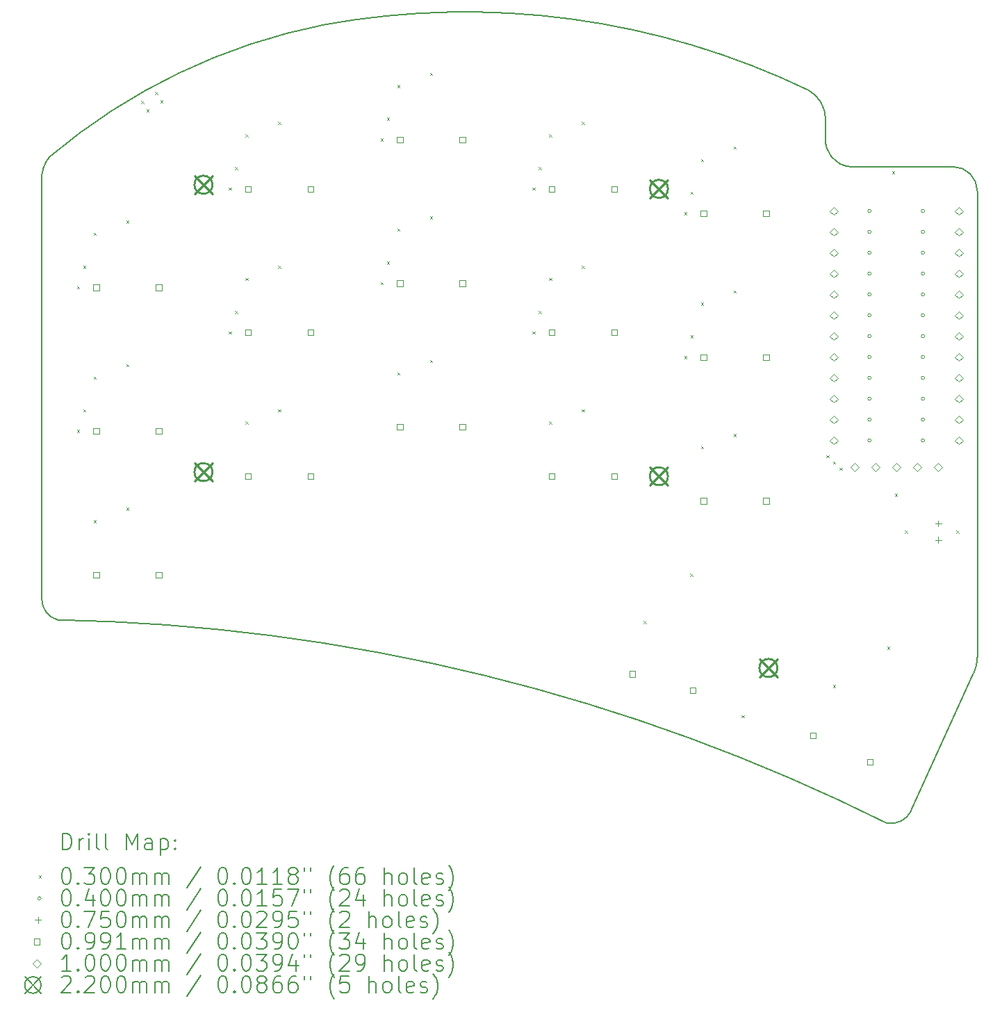
<source format=gbr>
%TF.GenerationSoftware,KiCad,Pcbnew,7.0.10*%
%TF.CreationDate,2024-01-16T00:44:00+02:00*%
%TF.ProjectId,snak_final,736e616b-5f66-4696-9e61-6c2e6b696361,0.1*%
%TF.SameCoordinates,Original*%
%TF.FileFunction,Drillmap*%
%TF.FilePolarity,Positive*%
%FSLAX45Y45*%
G04 Gerber Fmt 4.5, Leading zero omitted, Abs format (unit mm)*
G04 Created by KiCad (PCBNEW 7.0.10) date 2024-01-16 00:44:00*
%MOMM*%
%LPD*%
G01*
G04 APERTURE LIST*
%ADD10C,0.150000*%
%ADD11C,0.200000*%
%ADD12C,0.100000*%
%ADD13C,0.220000*%
G04 APERTURE END LIST*
D10*
X20310000Y-11700000D02*
G75*
G03*
X20355000Y-11500000I-428571J201491D01*
G01*
X8955000Y-10800000D02*
X8955000Y-5700000D01*
X18800000Y-5530000D02*
X20055000Y-5530000D01*
X20355000Y-5830000D02*
X20355000Y-11500000D01*
X20310000Y-11700000D02*
X19550000Y-13375000D01*
X8955000Y-10800000D02*
G75*
G03*
X9150000Y-11050000I262996J4087D01*
G01*
X18505000Y-5175000D02*
G75*
G03*
X18800000Y-5530000I325000J-30000D01*
G01*
X20355000Y-5830000D02*
G75*
G03*
X20055000Y-5530000I-300000J0D01*
G01*
X19250000Y-13525000D02*
G75*
G03*
X19550000Y-13375000I48772J277457D01*
G01*
X18505000Y-5175000D02*
X18505000Y-4950000D01*
X12400000Y-3800000D02*
G75*
G03*
X9050000Y-5410000I1437704J-7281744D01*
G01*
X18300000Y-4600000D02*
G75*
G03*
X12400000Y-3800000I-4181073J-8679166D01*
G01*
X19250000Y-13525000D02*
G75*
G03*
X9150000Y-11050000I-10521808J-21091900D01*
G01*
X9050000Y-5410000D02*
G75*
G03*
X8955000Y-5700000I320604J-265586D01*
G01*
X18505000Y-4950000D02*
G75*
G03*
X18300000Y-4600000I-405609J-2535D01*
G01*
D11*
D12*
X9385000Y-6985000D02*
X9415000Y-7015000D01*
X9415000Y-6985000D02*
X9385000Y-7015000D01*
X9385000Y-8735000D02*
X9415000Y-8765000D01*
X9415000Y-8735000D02*
X9385000Y-8765000D01*
X9460000Y-6735000D02*
X9490000Y-6765000D01*
X9490000Y-6735000D02*
X9460000Y-6765000D01*
X9460000Y-8485000D02*
X9490000Y-8515000D01*
X9490000Y-8485000D02*
X9460000Y-8515000D01*
X9585000Y-6335000D02*
X9615000Y-6365000D01*
X9615000Y-6335000D02*
X9585000Y-6365000D01*
X9585000Y-8085000D02*
X9615000Y-8115000D01*
X9615000Y-8085000D02*
X9585000Y-8115000D01*
X9585000Y-9835000D02*
X9615000Y-9865000D01*
X9615000Y-9835000D02*
X9585000Y-9865000D01*
X9985000Y-6185000D02*
X10015000Y-6215000D01*
X10015000Y-6185000D02*
X9985000Y-6215000D01*
X9985000Y-7935000D02*
X10015000Y-7965000D01*
X10015000Y-7935000D02*
X9985000Y-7965000D01*
X9985000Y-9685000D02*
X10015000Y-9715000D01*
X10015000Y-9685000D02*
X9985000Y-9715000D01*
X10167095Y-4730860D02*
X10197095Y-4760860D01*
X10197095Y-4730860D02*
X10167095Y-4760860D01*
X10231908Y-4830661D02*
X10261908Y-4860661D01*
X10261908Y-4830661D02*
X10231908Y-4860661D01*
X10334830Y-4621932D02*
X10364830Y-4651932D01*
X10364830Y-4621932D02*
X10334830Y-4651932D01*
X10399642Y-4721734D02*
X10429642Y-4751734D01*
X10429642Y-4721734D02*
X10399642Y-4751734D01*
X11235000Y-5785000D02*
X11265000Y-5815000D01*
X11265000Y-5785000D02*
X11235000Y-5815000D01*
X11235000Y-7535000D02*
X11265000Y-7565000D01*
X11265000Y-7535000D02*
X11235000Y-7565000D01*
X11310000Y-5535000D02*
X11340000Y-5565000D01*
X11340000Y-5535000D02*
X11310000Y-5565000D01*
X11310000Y-7285000D02*
X11340000Y-7315000D01*
X11340000Y-7285000D02*
X11310000Y-7315000D01*
X11435000Y-5135000D02*
X11465000Y-5165000D01*
X11465000Y-5135000D02*
X11435000Y-5165000D01*
X11435000Y-6885000D02*
X11465000Y-6915000D01*
X11465000Y-6885000D02*
X11435000Y-6915000D01*
X11435000Y-8635000D02*
X11465000Y-8665000D01*
X11465000Y-8635000D02*
X11435000Y-8665000D01*
X11835000Y-4985000D02*
X11865000Y-5015000D01*
X11865000Y-4985000D02*
X11835000Y-5015000D01*
X11835000Y-6735000D02*
X11865000Y-6765000D01*
X11865000Y-6735000D02*
X11835000Y-6765000D01*
X11835000Y-8485000D02*
X11865000Y-8515000D01*
X11865000Y-8485000D02*
X11835000Y-8515000D01*
X13085000Y-5185000D02*
X13115000Y-5215000D01*
X13115000Y-5185000D02*
X13085000Y-5215000D01*
X13085000Y-6935000D02*
X13115000Y-6965000D01*
X13115000Y-6935000D02*
X13085000Y-6965000D01*
X13160000Y-4935000D02*
X13190000Y-4965000D01*
X13190000Y-4935000D02*
X13160000Y-4965000D01*
X13160000Y-6685000D02*
X13190000Y-6715000D01*
X13190000Y-6685000D02*
X13160000Y-6715000D01*
X13285000Y-4535000D02*
X13315000Y-4565000D01*
X13315000Y-4535000D02*
X13285000Y-4565000D01*
X13285000Y-6285000D02*
X13315000Y-6315000D01*
X13315000Y-6285000D02*
X13285000Y-6315000D01*
X13285000Y-8035000D02*
X13315000Y-8065000D01*
X13315000Y-8035000D02*
X13285000Y-8065000D01*
X13685000Y-4385000D02*
X13715000Y-4415000D01*
X13715000Y-4385000D02*
X13685000Y-4415000D01*
X13685000Y-6135000D02*
X13715000Y-6165000D01*
X13715000Y-6135000D02*
X13685000Y-6165000D01*
X13685000Y-7885000D02*
X13715000Y-7915000D01*
X13715000Y-7885000D02*
X13685000Y-7915000D01*
X14935000Y-5785000D02*
X14965000Y-5815000D01*
X14965000Y-5785000D02*
X14935000Y-5815000D01*
X14935000Y-7535000D02*
X14965000Y-7565000D01*
X14965000Y-7535000D02*
X14935000Y-7565000D01*
X15010000Y-5535000D02*
X15040000Y-5565000D01*
X15040000Y-5535000D02*
X15010000Y-5565000D01*
X15010000Y-7285000D02*
X15040000Y-7315000D01*
X15040000Y-7285000D02*
X15010000Y-7315000D01*
X15135000Y-5135000D02*
X15165000Y-5165000D01*
X15165000Y-5135000D02*
X15135000Y-5165000D01*
X15135000Y-6885000D02*
X15165000Y-6915000D01*
X15165000Y-6885000D02*
X15135000Y-6915000D01*
X15135000Y-8635000D02*
X15165000Y-8665000D01*
X15165000Y-8635000D02*
X15135000Y-8665000D01*
X15535000Y-4985000D02*
X15565000Y-5015000D01*
X15565000Y-4985000D02*
X15535000Y-5015000D01*
X15535000Y-6735000D02*
X15565000Y-6765000D01*
X15565000Y-6735000D02*
X15535000Y-6765000D01*
X15535000Y-8485000D02*
X15565000Y-8515000D01*
X15565000Y-8485000D02*
X15535000Y-8515000D01*
X16287452Y-11061584D02*
X16317452Y-11091584D01*
X16317452Y-11061584D02*
X16287452Y-11091584D01*
X16785000Y-6085000D02*
X16815000Y-6115000D01*
X16815000Y-6085000D02*
X16785000Y-6115000D01*
X16785000Y-7835000D02*
X16815000Y-7865000D01*
X16815000Y-7835000D02*
X16785000Y-7865000D01*
X16854996Y-10488963D02*
X16884996Y-10518963D01*
X16884996Y-10488963D02*
X16854996Y-10518963D01*
X16860000Y-5835000D02*
X16890000Y-5865000D01*
X16890000Y-5835000D02*
X16860000Y-5865000D01*
X16860000Y-7585000D02*
X16890000Y-7615000D01*
X16890000Y-7585000D02*
X16860000Y-7615000D01*
X16985000Y-5435000D02*
X17015000Y-5465000D01*
X17015000Y-5435000D02*
X16985000Y-5465000D01*
X16985000Y-7185000D02*
X17015000Y-7215000D01*
X17015000Y-7185000D02*
X16985000Y-7215000D01*
X16985000Y-8935000D02*
X17015000Y-8965000D01*
X17015000Y-8935000D02*
X16985000Y-8965000D01*
X17385000Y-5285000D02*
X17415000Y-5315000D01*
X17415000Y-5285000D02*
X17385000Y-5315000D01*
X17385000Y-7035000D02*
X17415000Y-7065000D01*
X17415000Y-7035000D02*
X17385000Y-7065000D01*
X17385000Y-8785000D02*
X17415000Y-8815000D01*
X17415000Y-8785000D02*
X17385000Y-8815000D01*
X17480990Y-12209612D02*
X17510990Y-12239612D01*
X17510990Y-12209612D02*
X17480990Y-12239612D01*
X18515000Y-9045000D02*
X18545000Y-9075000D01*
X18545000Y-9045000D02*
X18515000Y-9075000D01*
X18595000Y-9120000D02*
X18625000Y-9150000D01*
X18625000Y-9120000D02*
X18595000Y-9150000D01*
X18595857Y-11843506D02*
X18625857Y-11873506D01*
X18625857Y-11843506D02*
X18595857Y-11873506D01*
X18675000Y-9195000D02*
X18705000Y-9225000D01*
X18705000Y-9195000D02*
X18675000Y-9225000D01*
X19254213Y-11378137D02*
X19284213Y-11408137D01*
X19284213Y-11378137D02*
X19254213Y-11408137D01*
X19315000Y-5586250D02*
X19345000Y-5616250D01*
X19345000Y-5586250D02*
X19315000Y-5616250D01*
X19350000Y-9515000D02*
X19380000Y-9545000D01*
X19380000Y-9515000D02*
X19350000Y-9545000D01*
X19472500Y-9960000D02*
X19502500Y-9990000D01*
X19502500Y-9960000D02*
X19472500Y-9990000D01*
X20100000Y-9960000D02*
X20130000Y-9990000D01*
X20130000Y-9960000D02*
X20100000Y-9990000D01*
X19058800Y-6070000D02*
G75*
G03*
X19018800Y-6070000I-20000J0D01*
G01*
X19018800Y-6070000D02*
G75*
G03*
X19058800Y-6070000I20000J0D01*
G01*
X19058800Y-6324000D02*
G75*
G03*
X19018800Y-6324000I-20000J0D01*
G01*
X19018800Y-6324000D02*
G75*
G03*
X19058800Y-6324000I20000J0D01*
G01*
X19058800Y-6578000D02*
G75*
G03*
X19018800Y-6578000I-20000J0D01*
G01*
X19018800Y-6578000D02*
G75*
G03*
X19058800Y-6578000I20000J0D01*
G01*
X19058800Y-6832000D02*
G75*
G03*
X19018800Y-6832000I-20000J0D01*
G01*
X19018800Y-6832000D02*
G75*
G03*
X19058800Y-6832000I20000J0D01*
G01*
X19058800Y-7086000D02*
G75*
G03*
X19018800Y-7086000I-20000J0D01*
G01*
X19018800Y-7086000D02*
G75*
G03*
X19058800Y-7086000I20000J0D01*
G01*
X19058800Y-7340000D02*
G75*
G03*
X19018800Y-7340000I-20000J0D01*
G01*
X19018800Y-7340000D02*
G75*
G03*
X19058800Y-7340000I20000J0D01*
G01*
X19058800Y-7594000D02*
G75*
G03*
X19018800Y-7594000I-20000J0D01*
G01*
X19018800Y-7594000D02*
G75*
G03*
X19058800Y-7594000I20000J0D01*
G01*
X19058800Y-7848000D02*
G75*
G03*
X19018800Y-7848000I-20000J0D01*
G01*
X19018800Y-7848000D02*
G75*
G03*
X19058800Y-7848000I20000J0D01*
G01*
X19058800Y-8102000D02*
G75*
G03*
X19018800Y-8102000I-20000J0D01*
G01*
X19018800Y-8102000D02*
G75*
G03*
X19058800Y-8102000I20000J0D01*
G01*
X19058800Y-8356000D02*
G75*
G03*
X19018800Y-8356000I-20000J0D01*
G01*
X19018800Y-8356000D02*
G75*
G03*
X19058800Y-8356000I20000J0D01*
G01*
X19058800Y-8610000D02*
G75*
G03*
X19018800Y-8610000I-20000J0D01*
G01*
X19018800Y-8610000D02*
G75*
G03*
X19058800Y-8610000I20000J0D01*
G01*
X19058800Y-8864000D02*
G75*
G03*
X19018800Y-8864000I-20000J0D01*
G01*
X19018800Y-8864000D02*
G75*
G03*
X19058800Y-8864000I20000J0D01*
G01*
X19711200Y-6070000D02*
G75*
G03*
X19671200Y-6070000I-20000J0D01*
G01*
X19671200Y-6070000D02*
G75*
G03*
X19711200Y-6070000I20000J0D01*
G01*
X19711200Y-6324000D02*
G75*
G03*
X19671200Y-6324000I-20000J0D01*
G01*
X19671200Y-6324000D02*
G75*
G03*
X19711200Y-6324000I20000J0D01*
G01*
X19711200Y-6578000D02*
G75*
G03*
X19671200Y-6578000I-20000J0D01*
G01*
X19671200Y-6578000D02*
G75*
G03*
X19711200Y-6578000I20000J0D01*
G01*
X19711200Y-6832000D02*
G75*
G03*
X19671200Y-6832000I-20000J0D01*
G01*
X19671200Y-6832000D02*
G75*
G03*
X19711200Y-6832000I20000J0D01*
G01*
X19711200Y-7086000D02*
G75*
G03*
X19671200Y-7086000I-20000J0D01*
G01*
X19671200Y-7086000D02*
G75*
G03*
X19711200Y-7086000I20000J0D01*
G01*
X19711200Y-7340000D02*
G75*
G03*
X19671200Y-7340000I-20000J0D01*
G01*
X19671200Y-7340000D02*
G75*
G03*
X19711200Y-7340000I20000J0D01*
G01*
X19711200Y-7594000D02*
G75*
G03*
X19671200Y-7594000I-20000J0D01*
G01*
X19671200Y-7594000D02*
G75*
G03*
X19711200Y-7594000I20000J0D01*
G01*
X19711200Y-7848000D02*
G75*
G03*
X19671200Y-7848000I-20000J0D01*
G01*
X19671200Y-7848000D02*
G75*
G03*
X19711200Y-7848000I20000J0D01*
G01*
X19711200Y-8102000D02*
G75*
G03*
X19671200Y-8102000I-20000J0D01*
G01*
X19671200Y-8102000D02*
G75*
G03*
X19711200Y-8102000I20000J0D01*
G01*
X19711200Y-8356000D02*
G75*
G03*
X19671200Y-8356000I-20000J0D01*
G01*
X19671200Y-8356000D02*
G75*
G03*
X19711200Y-8356000I20000J0D01*
G01*
X19711200Y-8610000D02*
G75*
G03*
X19671200Y-8610000I-20000J0D01*
G01*
X19671200Y-8610000D02*
G75*
G03*
X19711200Y-8610000I20000J0D01*
G01*
X19711200Y-8864000D02*
G75*
G03*
X19671200Y-8864000I-20000J0D01*
G01*
X19671200Y-8864000D02*
G75*
G03*
X19711200Y-8864000I20000J0D01*
G01*
X19880000Y-9837500D02*
X19880000Y-9912500D01*
X19842500Y-9875000D02*
X19917500Y-9875000D01*
X19880000Y-10037500D02*
X19880000Y-10112500D01*
X19842500Y-10075000D02*
X19917500Y-10075000D01*
X9654023Y-7035023D02*
X9654023Y-6964977D01*
X9583977Y-6964977D01*
X9583977Y-7035023D01*
X9654023Y-7035023D01*
X9654023Y-8785023D02*
X9654023Y-8714977D01*
X9583977Y-8714977D01*
X9583977Y-8785023D01*
X9654023Y-8785023D01*
X9654023Y-10535023D02*
X9654023Y-10464977D01*
X9583977Y-10464977D01*
X9583977Y-10535023D01*
X9654023Y-10535023D01*
X10416023Y-7035023D02*
X10416023Y-6964977D01*
X10345977Y-6964977D01*
X10345977Y-7035023D01*
X10416023Y-7035023D01*
X10416023Y-8785023D02*
X10416023Y-8714977D01*
X10345977Y-8714977D01*
X10345977Y-8785023D01*
X10416023Y-8785023D01*
X10416023Y-10535023D02*
X10416023Y-10464977D01*
X10345977Y-10464977D01*
X10345977Y-10535023D01*
X10416023Y-10535023D01*
X11504023Y-5835023D02*
X11504023Y-5764977D01*
X11433977Y-5764977D01*
X11433977Y-5835023D01*
X11504023Y-5835023D01*
X11504023Y-7585023D02*
X11504023Y-7514977D01*
X11433977Y-7514977D01*
X11433977Y-7585023D01*
X11504023Y-7585023D01*
X11504023Y-9335023D02*
X11504023Y-9264977D01*
X11433977Y-9264977D01*
X11433977Y-9335023D01*
X11504023Y-9335023D01*
X12266023Y-5835023D02*
X12266023Y-5764977D01*
X12195977Y-5764977D01*
X12195977Y-5835023D01*
X12266023Y-5835023D01*
X12266023Y-7585023D02*
X12266023Y-7514977D01*
X12195977Y-7514977D01*
X12195977Y-7585023D01*
X12266023Y-7585023D01*
X12266023Y-9335023D02*
X12266023Y-9264977D01*
X12195977Y-9264977D01*
X12195977Y-9335023D01*
X12266023Y-9335023D01*
X13354023Y-5235023D02*
X13354023Y-5164977D01*
X13283977Y-5164977D01*
X13283977Y-5235023D01*
X13354023Y-5235023D01*
X13354023Y-6985023D02*
X13354023Y-6914977D01*
X13283977Y-6914977D01*
X13283977Y-6985023D01*
X13354023Y-6985023D01*
X13354023Y-8735023D02*
X13354023Y-8664977D01*
X13283977Y-8664977D01*
X13283977Y-8735023D01*
X13354023Y-8735023D01*
X14116023Y-5235023D02*
X14116023Y-5164977D01*
X14045977Y-5164977D01*
X14045977Y-5235023D01*
X14116023Y-5235023D01*
X14116023Y-6985023D02*
X14116023Y-6914977D01*
X14045977Y-6914977D01*
X14045977Y-6985023D01*
X14116023Y-6985023D01*
X14116023Y-8735023D02*
X14116023Y-8664977D01*
X14045977Y-8664977D01*
X14045977Y-8735023D01*
X14116023Y-8735023D01*
X15204023Y-5835023D02*
X15204023Y-5764977D01*
X15133977Y-5764977D01*
X15133977Y-5835023D01*
X15204023Y-5835023D01*
X15204023Y-7585023D02*
X15204023Y-7514977D01*
X15133977Y-7514977D01*
X15133977Y-7585023D01*
X15204023Y-7585023D01*
X15204023Y-9335023D02*
X15204023Y-9264977D01*
X15133977Y-9264977D01*
X15133977Y-9335023D01*
X15204023Y-9335023D01*
X15966023Y-5835023D02*
X15966023Y-5764977D01*
X15895977Y-5764977D01*
X15895977Y-5835023D01*
X15966023Y-5835023D01*
X15966023Y-7585023D02*
X15966023Y-7514977D01*
X15895977Y-7514977D01*
X15895977Y-7585023D01*
X15966023Y-7585023D01*
X15966023Y-9335023D02*
X15966023Y-9264977D01*
X15895977Y-9264977D01*
X15895977Y-9335023D01*
X15966023Y-9335023D01*
X16187596Y-11744376D02*
X16187596Y-11674329D01*
X16117549Y-11674329D01*
X16117549Y-11744376D01*
X16187596Y-11744376D01*
X16923632Y-11941596D02*
X16923632Y-11871550D01*
X16853585Y-11871550D01*
X16853585Y-11941596D01*
X16923632Y-11941596D01*
X17054023Y-6135023D02*
X17054023Y-6064977D01*
X16983977Y-6064977D01*
X16983977Y-6135023D01*
X17054023Y-6135023D01*
X17054023Y-7885023D02*
X17054023Y-7814977D01*
X16983977Y-7814977D01*
X16983977Y-7885023D01*
X17054023Y-7885023D01*
X17054023Y-9635023D02*
X17054023Y-9564977D01*
X16983977Y-9564977D01*
X16983977Y-9635023D01*
X17054023Y-9635023D01*
X17816023Y-6135023D02*
X17816023Y-6064977D01*
X17745977Y-6064977D01*
X17745977Y-6135023D01*
X17816023Y-6135023D01*
X17816023Y-7885023D02*
X17816023Y-7814977D01*
X17745977Y-7814977D01*
X17745977Y-7885023D01*
X17816023Y-7885023D01*
X17816023Y-9635023D02*
X17816023Y-9564977D01*
X17745977Y-9564977D01*
X17745977Y-9635023D01*
X17816023Y-9635023D01*
X18388399Y-12490659D02*
X18388399Y-12420612D01*
X18318352Y-12420612D01*
X18318352Y-12490659D01*
X18388399Y-12490659D01*
X19079005Y-12812694D02*
X19079005Y-12742647D01*
X19008959Y-12742647D01*
X19008959Y-12812694D01*
X19079005Y-12812694D01*
X18603000Y-6120000D02*
X18653000Y-6070000D01*
X18603000Y-6020000D01*
X18553000Y-6070000D01*
X18603000Y-6120000D01*
X18603000Y-6374000D02*
X18653000Y-6324000D01*
X18603000Y-6274000D01*
X18553000Y-6324000D01*
X18603000Y-6374000D01*
X18603000Y-6628000D02*
X18653000Y-6578000D01*
X18603000Y-6528000D01*
X18553000Y-6578000D01*
X18603000Y-6628000D01*
X18603000Y-6882000D02*
X18653000Y-6832000D01*
X18603000Y-6782000D01*
X18553000Y-6832000D01*
X18603000Y-6882000D01*
X18603000Y-7136000D02*
X18653000Y-7086000D01*
X18603000Y-7036000D01*
X18553000Y-7086000D01*
X18603000Y-7136000D01*
X18603000Y-7390000D02*
X18653000Y-7340000D01*
X18603000Y-7290000D01*
X18553000Y-7340000D01*
X18603000Y-7390000D01*
X18603000Y-7644000D02*
X18653000Y-7594000D01*
X18603000Y-7544000D01*
X18553000Y-7594000D01*
X18603000Y-7644000D01*
X18603000Y-7898000D02*
X18653000Y-7848000D01*
X18603000Y-7798000D01*
X18553000Y-7848000D01*
X18603000Y-7898000D01*
X18603000Y-8152000D02*
X18653000Y-8102000D01*
X18603000Y-8052000D01*
X18553000Y-8102000D01*
X18603000Y-8152000D01*
X18603000Y-8406000D02*
X18653000Y-8356000D01*
X18603000Y-8306000D01*
X18553000Y-8356000D01*
X18603000Y-8406000D01*
X18603000Y-8660000D02*
X18653000Y-8610000D01*
X18603000Y-8560000D01*
X18553000Y-8610000D01*
X18603000Y-8660000D01*
X18603000Y-8914000D02*
X18653000Y-8864000D01*
X18603000Y-8814000D01*
X18553000Y-8864000D01*
X18603000Y-8914000D01*
X18857000Y-9240000D02*
X18907000Y-9190000D01*
X18857000Y-9140000D01*
X18807000Y-9190000D01*
X18857000Y-9240000D01*
X19111000Y-9240000D02*
X19161000Y-9190000D01*
X19111000Y-9140000D01*
X19061000Y-9190000D01*
X19111000Y-9240000D01*
X19365000Y-9240000D02*
X19415000Y-9190000D01*
X19365000Y-9140000D01*
X19315000Y-9190000D01*
X19365000Y-9240000D01*
X19619000Y-9240000D02*
X19669000Y-9190000D01*
X19619000Y-9140000D01*
X19569000Y-9190000D01*
X19619000Y-9240000D01*
X19873000Y-9240000D02*
X19923000Y-9190000D01*
X19873000Y-9140000D01*
X19823000Y-9190000D01*
X19873000Y-9240000D01*
X20127000Y-6120000D02*
X20177000Y-6070000D01*
X20127000Y-6020000D01*
X20077000Y-6070000D01*
X20127000Y-6120000D01*
X20127000Y-6374000D02*
X20177000Y-6324000D01*
X20127000Y-6274000D01*
X20077000Y-6324000D01*
X20127000Y-6374000D01*
X20127000Y-6628000D02*
X20177000Y-6578000D01*
X20127000Y-6528000D01*
X20077000Y-6578000D01*
X20127000Y-6628000D01*
X20127000Y-6882000D02*
X20177000Y-6832000D01*
X20127000Y-6782000D01*
X20077000Y-6832000D01*
X20127000Y-6882000D01*
X20127000Y-7136000D02*
X20177000Y-7086000D01*
X20127000Y-7036000D01*
X20077000Y-7086000D01*
X20127000Y-7136000D01*
X20127000Y-7390000D02*
X20177000Y-7340000D01*
X20127000Y-7290000D01*
X20077000Y-7340000D01*
X20127000Y-7390000D01*
X20127000Y-7644000D02*
X20177000Y-7594000D01*
X20127000Y-7544000D01*
X20077000Y-7594000D01*
X20127000Y-7644000D01*
X20127000Y-7898000D02*
X20177000Y-7848000D01*
X20127000Y-7798000D01*
X20077000Y-7848000D01*
X20127000Y-7898000D01*
X20127000Y-8152000D02*
X20177000Y-8102000D01*
X20127000Y-8052000D01*
X20077000Y-8102000D01*
X20127000Y-8152000D01*
X20127000Y-8406000D02*
X20177000Y-8356000D01*
X20127000Y-8306000D01*
X20077000Y-8356000D01*
X20127000Y-8406000D01*
X20127000Y-8660000D02*
X20177000Y-8610000D01*
X20127000Y-8560000D01*
X20077000Y-8610000D01*
X20127000Y-8660000D01*
X20127000Y-8914000D02*
X20177000Y-8864000D01*
X20127000Y-8814000D01*
X20077000Y-8864000D01*
X20127000Y-8914000D01*
D13*
X10815000Y-5640000D02*
X11035000Y-5860000D01*
X11035000Y-5640000D02*
X10815000Y-5860000D01*
X11035000Y-5750000D02*
G75*
G03*
X10815000Y-5750000I-110000J0D01*
G01*
X10815000Y-5750000D02*
G75*
G03*
X11035000Y-5750000I110000J0D01*
G01*
X10815000Y-9140000D02*
X11035000Y-9360000D01*
X11035000Y-9140000D02*
X10815000Y-9360000D01*
X11035000Y-9250000D02*
G75*
G03*
X10815000Y-9250000I-110000J0D01*
G01*
X10815000Y-9250000D02*
G75*
G03*
X11035000Y-9250000I110000J0D01*
G01*
X16365000Y-5690000D02*
X16585000Y-5910000D01*
X16585000Y-5690000D02*
X16365000Y-5910000D01*
X16585000Y-5800000D02*
G75*
G03*
X16365000Y-5800000I-110000J0D01*
G01*
X16365000Y-5800000D02*
G75*
G03*
X16585000Y-5800000I110000J0D01*
G01*
X16365000Y-9190000D02*
X16585000Y-9410000D01*
X16585000Y-9190000D02*
X16365000Y-9410000D01*
X16585000Y-9300000D02*
G75*
G03*
X16365000Y-9300000I-110000J0D01*
G01*
X16365000Y-9300000D02*
G75*
G03*
X16585000Y-9300000I110000J0D01*
G01*
X17699111Y-11525583D02*
X17919111Y-11745583D01*
X17919111Y-11525583D02*
X17699111Y-11745583D01*
X17919111Y-11635583D02*
G75*
G03*
X17699111Y-11635583I-110000J0D01*
G01*
X17699111Y-11635583D02*
G75*
G03*
X17919111Y-11635583I110000J0D01*
G01*
D11*
X9207560Y-13848238D02*
X9207560Y-13648238D01*
X9207560Y-13648238D02*
X9255179Y-13648238D01*
X9255179Y-13648238D02*
X9283751Y-13657761D01*
X9283751Y-13657761D02*
X9302798Y-13676809D01*
X9302798Y-13676809D02*
X9312322Y-13695857D01*
X9312322Y-13695857D02*
X9321846Y-13733952D01*
X9321846Y-13733952D02*
X9321846Y-13762523D01*
X9321846Y-13762523D02*
X9312322Y-13800619D01*
X9312322Y-13800619D02*
X9302798Y-13819666D01*
X9302798Y-13819666D02*
X9283751Y-13838714D01*
X9283751Y-13838714D02*
X9255179Y-13848238D01*
X9255179Y-13848238D02*
X9207560Y-13848238D01*
X9407560Y-13848238D02*
X9407560Y-13714904D01*
X9407560Y-13753000D02*
X9417084Y-13733952D01*
X9417084Y-13733952D02*
X9426608Y-13724428D01*
X9426608Y-13724428D02*
X9445656Y-13714904D01*
X9445656Y-13714904D02*
X9464703Y-13714904D01*
X9531370Y-13848238D02*
X9531370Y-13714904D01*
X9531370Y-13648238D02*
X9521846Y-13657761D01*
X9521846Y-13657761D02*
X9531370Y-13667285D01*
X9531370Y-13667285D02*
X9540894Y-13657761D01*
X9540894Y-13657761D02*
X9531370Y-13648238D01*
X9531370Y-13648238D02*
X9531370Y-13667285D01*
X9655179Y-13848238D02*
X9636132Y-13838714D01*
X9636132Y-13838714D02*
X9626608Y-13819666D01*
X9626608Y-13819666D02*
X9626608Y-13648238D01*
X9759941Y-13848238D02*
X9740894Y-13838714D01*
X9740894Y-13838714D02*
X9731370Y-13819666D01*
X9731370Y-13819666D02*
X9731370Y-13648238D01*
X9988513Y-13848238D02*
X9988513Y-13648238D01*
X9988513Y-13648238D02*
X10055179Y-13791095D01*
X10055179Y-13791095D02*
X10121846Y-13648238D01*
X10121846Y-13648238D02*
X10121846Y-13848238D01*
X10302798Y-13848238D02*
X10302798Y-13743476D01*
X10302798Y-13743476D02*
X10293275Y-13724428D01*
X10293275Y-13724428D02*
X10274227Y-13714904D01*
X10274227Y-13714904D02*
X10236132Y-13714904D01*
X10236132Y-13714904D02*
X10217084Y-13724428D01*
X10302798Y-13838714D02*
X10283751Y-13848238D01*
X10283751Y-13848238D02*
X10236132Y-13848238D01*
X10236132Y-13848238D02*
X10217084Y-13838714D01*
X10217084Y-13838714D02*
X10207560Y-13819666D01*
X10207560Y-13819666D02*
X10207560Y-13800619D01*
X10207560Y-13800619D02*
X10217084Y-13781571D01*
X10217084Y-13781571D02*
X10236132Y-13772047D01*
X10236132Y-13772047D02*
X10283751Y-13772047D01*
X10283751Y-13772047D02*
X10302798Y-13762523D01*
X10398037Y-13714904D02*
X10398037Y-13914904D01*
X10398037Y-13724428D02*
X10417084Y-13714904D01*
X10417084Y-13714904D02*
X10455179Y-13714904D01*
X10455179Y-13714904D02*
X10474227Y-13724428D01*
X10474227Y-13724428D02*
X10483751Y-13733952D01*
X10483751Y-13733952D02*
X10493275Y-13753000D01*
X10493275Y-13753000D02*
X10493275Y-13810142D01*
X10493275Y-13810142D02*
X10483751Y-13829190D01*
X10483751Y-13829190D02*
X10474227Y-13838714D01*
X10474227Y-13838714D02*
X10455179Y-13848238D01*
X10455179Y-13848238D02*
X10417084Y-13848238D01*
X10417084Y-13848238D02*
X10398037Y-13838714D01*
X10578989Y-13829190D02*
X10588513Y-13838714D01*
X10588513Y-13838714D02*
X10578989Y-13848238D01*
X10578989Y-13848238D02*
X10569465Y-13838714D01*
X10569465Y-13838714D02*
X10578989Y-13829190D01*
X10578989Y-13829190D02*
X10578989Y-13848238D01*
X10578989Y-13724428D02*
X10588513Y-13733952D01*
X10588513Y-13733952D02*
X10578989Y-13743476D01*
X10578989Y-13743476D02*
X10569465Y-13733952D01*
X10569465Y-13733952D02*
X10578989Y-13724428D01*
X10578989Y-13724428D02*
X10578989Y-13743476D01*
D12*
X8916784Y-14161754D02*
X8946784Y-14191754D01*
X8946784Y-14161754D02*
X8916784Y-14191754D01*
D11*
X9245656Y-14068238D02*
X9264703Y-14068238D01*
X9264703Y-14068238D02*
X9283751Y-14077761D01*
X9283751Y-14077761D02*
X9293275Y-14087285D01*
X9293275Y-14087285D02*
X9302798Y-14106333D01*
X9302798Y-14106333D02*
X9312322Y-14144428D01*
X9312322Y-14144428D02*
X9312322Y-14192047D01*
X9312322Y-14192047D02*
X9302798Y-14230142D01*
X9302798Y-14230142D02*
X9293275Y-14249190D01*
X9293275Y-14249190D02*
X9283751Y-14258714D01*
X9283751Y-14258714D02*
X9264703Y-14268238D01*
X9264703Y-14268238D02*
X9245656Y-14268238D01*
X9245656Y-14268238D02*
X9226608Y-14258714D01*
X9226608Y-14258714D02*
X9217084Y-14249190D01*
X9217084Y-14249190D02*
X9207560Y-14230142D01*
X9207560Y-14230142D02*
X9198037Y-14192047D01*
X9198037Y-14192047D02*
X9198037Y-14144428D01*
X9198037Y-14144428D02*
X9207560Y-14106333D01*
X9207560Y-14106333D02*
X9217084Y-14087285D01*
X9217084Y-14087285D02*
X9226608Y-14077761D01*
X9226608Y-14077761D02*
X9245656Y-14068238D01*
X9398037Y-14249190D02*
X9407560Y-14258714D01*
X9407560Y-14258714D02*
X9398037Y-14268238D01*
X9398037Y-14268238D02*
X9388513Y-14258714D01*
X9388513Y-14258714D02*
X9398037Y-14249190D01*
X9398037Y-14249190D02*
X9398037Y-14268238D01*
X9474227Y-14068238D02*
X9598037Y-14068238D01*
X9598037Y-14068238D02*
X9531370Y-14144428D01*
X9531370Y-14144428D02*
X9559941Y-14144428D01*
X9559941Y-14144428D02*
X9578989Y-14153952D01*
X9578989Y-14153952D02*
X9588513Y-14163476D01*
X9588513Y-14163476D02*
X9598037Y-14182523D01*
X9598037Y-14182523D02*
X9598037Y-14230142D01*
X9598037Y-14230142D02*
X9588513Y-14249190D01*
X9588513Y-14249190D02*
X9578989Y-14258714D01*
X9578989Y-14258714D02*
X9559941Y-14268238D01*
X9559941Y-14268238D02*
X9502798Y-14268238D01*
X9502798Y-14268238D02*
X9483751Y-14258714D01*
X9483751Y-14258714D02*
X9474227Y-14249190D01*
X9721846Y-14068238D02*
X9740894Y-14068238D01*
X9740894Y-14068238D02*
X9759941Y-14077761D01*
X9759941Y-14077761D02*
X9769465Y-14087285D01*
X9769465Y-14087285D02*
X9778989Y-14106333D01*
X9778989Y-14106333D02*
X9788513Y-14144428D01*
X9788513Y-14144428D02*
X9788513Y-14192047D01*
X9788513Y-14192047D02*
X9778989Y-14230142D01*
X9778989Y-14230142D02*
X9769465Y-14249190D01*
X9769465Y-14249190D02*
X9759941Y-14258714D01*
X9759941Y-14258714D02*
X9740894Y-14268238D01*
X9740894Y-14268238D02*
X9721846Y-14268238D01*
X9721846Y-14268238D02*
X9702798Y-14258714D01*
X9702798Y-14258714D02*
X9693275Y-14249190D01*
X9693275Y-14249190D02*
X9683751Y-14230142D01*
X9683751Y-14230142D02*
X9674227Y-14192047D01*
X9674227Y-14192047D02*
X9674227Y-14144428D01*
X9674227Y-14144428D02*
X9683751Y-14106333D01*
X9683751Y-14106333D02*
X9693275Y-14087285D01*
X9693275Y-14087285D02*
X9702798Y-14077761D01*
X9702798Y-14077761D02*
X9721846Y-14068238D01*
X9912322Y-14068238D02*
X9931370Y-14068238D01*
X9931370Y-14068238D02*
X9950418Y-14077761D01*
X9950418Y-14077761D02*
X9959941Y-14087285D01*
X9959941Y-14087285D02*
X9969465Y-14106333D01*
X9969465Y-14106333D02*
X9978989Y-14144428D01*
X9978989Y-14144428D02*
X9978989Y-14192047D01*
X9978989Y-14192047D02*
X9969465Y-14230142D01*
X9969465Y-14230142D02*
X9959941Y-14249190D01*
X9959941Y-14249190D02*
X9950418Y-14258714D01*
X9950418Y-14258714D02*
X9931370Y-14268238D01*
X9931370Y-14268238D02*
X9912322Y-14268238D01*
X9912322Y-14268238D02*
X9893275Y-14258714D01*
X9893275Y-14258714D02*
X9883751Y-14249190D01*
X9883751Y-14249190D02*
X9874227Y-14230142D01*
X9874227Y-14230142D02*
X9864703Y-14192047D01*
X9864703Y-14192047D02*
X9864703Y-14144428D01*
X9864703Y-14144428D02*
X9874227Y-14106333D01*
X9874227Y-14106333D02*
X9883751Y-14087285D01*
X9883751Y-14087285D02*
X9893275Y-14077761D01*
X9893275Y-14077761D02*
X9912322Y-14068238D01*
X10064703Y-14268238D02*
X10064703Y-14134904D01*
X10064703Y-14153952D02*
X10074227Y-14144428D01*
X10074227Y-14144428D02*
X10093275Y-14134904D01*
X10093275Y-14134904D02*
X10121846Y-14134904D01*
X10121846Y-14134904D02*
X10140894Y-14144428D01*
X10140894Y-14144428D02*
X10150418Y-14163476D01*
X10150418Y-14163476D02*
X10150418Y-14268238D01*
X10150418Y-14163476D02*
X10159941Y-14144428D01*
X10159941Y-14144428D02*
X10178989Y-14134904D01*
X10178989Y-14134904D02*
X10207560Y-14134904D01*
X10207560Y-14134904D02*
X10226608Y-14144428D01*
X10226608Y-14144428D02*
X10236132Y-14163476D01*
X10236132Y-14163476D02*
X10236132Y-14268238D01*
X10331370Y-14268238D02*
X10331370Y-14134904D01*
X10331370Y-14153952D02*
X10340894Y-14144428D01*
X10340894Y-14144428D02*
X10359941Y-14134904D01*
X10359941Y-14134904D02*
X10388513Y-14134904D01*
X10388513Y-14134904D02*
X10407560Y-14144428D01*
X10407560Y-14144428D02*
X10417084Y-14163476D01*
X10417084Y-14163476D02*
X10417084Y-14268238D01*
X10417084Y-14163476D02*
X10426608Y-14144428D01*
X10426608Y-14144428D02*
X10445656Y-14134904D01*
X10445656Y-14134904D02*
X10474227Y-14134904D01*
X10474227Y-14134904D02*
X10493275Y-14144428D01*
X10493275Y-14144428D02*
X10502799Y-14163476D01*
X10502799Y-14163476D02*
X10502799Y-14268238D01*
X10893275Y-14058714D02*
X10721846Y-14315857D01*
X11150418Y-14068238D02*
X11169465Y-14068238D01*
X11169465Y-14068238D02*
X11188513Y-14077761D01*
X11188513Y-14077761D02*
X11198037Y-14087285D01*
X11198037Y-14087285D02*
X11207560Y-14106333D01*
X11207560Y-14106333D02*
X11217084Y-14144428D01*
X11217084Y-14144428D02*
X11217084Y-14192047D01*
X11217084Y-14192047D02*
X11207560Y-14230142D01*
X11207560Y-14230142D02*
X11198037Y-14249190D01*
X11198037Y-14249190D02*
X11188513Y-14258714D01*
X11188513Y-14258714D02*
X11169465Y-14268238D01*
X11169465Y-14268238D02*
X11150418Y-14268238D01*
X11150418Y-14268238D02*
X11131370Y-14258714D01*
X11131370Y-14258714D02*
X11121846Y-14249190D01*
X11121846Y-14249190D02*
X11112322Y-14230142D01*
X11112322Y-14230142D02*
X11102799Y-14192047D01*
X11102799Y-14192047D02*
X11102799Y-14144428D01*
X11102799Y-14144428D02*
X11112322Y-14106333D01*
X11112322Y-14106333D02*
X11121846Y-14087285D01*
X11121846Y-14087285D02*
X11131370Y-14077761D01*
X11131370Y-14077761D02*
X11150418Y-14068238D01*
X11302799Y-14249190D02*
X11312322Y-14258714D01*
X11312322Y-14258714D02*
X11302799Y-14268238D01*
X11302799Y-14268238D02*
X11293275Y-14258714D01*
X11293275Y-14258714D02*
X11302799Y-14249190D01*
X11302799Y-14249190D02*
X11302799Y-14268238D01*
X11436132Y-14068238D02*
X11455180Y-14068238D01*
X11455180Y-14068238D02*
X11474227Y-14077761D01*
X11474227Y-14077761D02*
X11483751Y-14087285D01*
X11483751Y-14087285D02*
X11493275Y-14106333D01*
X11493275Y-14106333D02*
X11502799Y-14144428D01*
X11502799Y-14144428D02*
X11502799Y-14192047D01*
X11502799Y-14192047D02*
X11493275Y-14230142D01*
X11493275Y-14230142D02*
X11483751Y-14249190D01*
X11483751Y-14249190D02*
X11474227Y-14258714D01*
X11474227Y-14258714D02*
X11455180Y-14268238D01*
X11455180Y-14268238D02*
X11436132Y-14268238D01*
X11436132Y-14268238D02*
X11417084Y-14258714D01*
X11417084Y-14258714D02*
X11407560Y-14249190D01*
X11407560Y-14249190D02*
X11398037Y-14230142D01*
X11398037Y-14230142D02*
X11388513Y-14192047D01*
X11388513Y-14192047D02*
X11388513Y-14144428D01*
X11388513Y-14144428D02*
X11398037Y-14106333D01*
X11398037Y-14106333D02*
X11407560Y-14087285D01*
X11407560Y-14087285D02*
X11417084Y-14077761D01*
X11417084Y-14077761D02*
X11436132Y-14068238D01*
X11693275Y-14268238D02*
X11578989Y-14268238D01*
X11636132Y-14268238D02*
X11636132Y-14068238D01*
X11636132Y-14068238D02*
X11617084Y-14096809D01*
X11617084Y-14096809D02*
X11598037Y-14115857D01*
X11598037Y-14115857D02*
X11578989Y-14125380D01*
X11883751Y-14268238D02*
X11769465Y-14268238D01*
X11826608Y-14268238D02*
X11826608Y-14068238D01*
X11826608Y-14068238D02*
X11807560Y-14096809D01*
X11807560Y-14096809D02*
X11788513Y-14115857D01*
X11788513Y-14115857D02*
X11769465Y-14125380D01*
X11998037Y-14153952D02*
X11978989Y-14144428D01*
X11978989Y-14144428D02*
X11969465Y-14134904D01*
X11969465Y-14134904D02*
X11959941Y-14115857D01*
X11959941Y-14115857D02*
X11959941Y-14106333D01*
X11959941Y-14106333D02*
X11969465Y-14087285D01*
X11969465Y-14087285D02*
X11978989Y-14077761D01*
X11978989Y-14077761D02*
X11998037Y-14068238D01*
X11998037Y-14068238D02*
X12036132Y-14068238D01*
X12036132Y-14068238D02*
X12055180Y-14077761D01*
X12055180Y-14077761D02*
X12064703Y-14087285D01*
X12064703Y-14087285D02*
X12074227Y-14106333D01*
X12074227Y-14106333D02*
X12074227Y-14115857D01*
X12074227Y-14115857D02*
X12064703Y-14134904D01*
X12064703Y-14134904D02*
X12055180Y-14144428D01*
X12055180Y-14144428D02*
X12036132Y-14153952D01*
X12036132Y-14153952D02*
X11998037Y-14153952D01*
X11998037Y-14153952D02*
X11978989Y-14163476D01*
X11978989Y-14163476D02*
X11969465Y-14173000D01*
X11969465Y-14173000D02*
X11959941Y-14192047D01*
X11959941Y-14192047D02*
X11959941Y-14230142D01*
X11959941Y-14230142D02*
X11969465Y-14249190D01*
X11969465Y-14249190D02*
X11978989Y-14258714D01*
X11978989Y-14258714D02*
X11998037Y-14268238D01*
X11998037Y-14268238D02*
X12036132Y-14268238D01*
X12036132Y-14268238D02*
X12055180Y-14258714D01*
X12055180Y-14258714D02*
X12064703Y-14249190D01*
X12064703Y-14249190D02*
X12074227Y-14230142D01*
X12074227Y-14230142D02*
X12074227Y-14192047D01*
X12074227Y-14192047D02*
X12064703Y-14173000D01*
X12064703Y-14173000D02*
X12055180Y-14163476D01*
X12055180Y-14163476D02*
X12036132Y-14153952D01*
X12150418Y-14068238D02*
X12150418Y-14106333D01*
X12226608Y-14068238D02*
X12226608Y-14106333D01*
X12521846Y-14344428D02*
X12512322Y-14334904D01*
X12512322Y-14334904D02*
X12493275Y-14306333D01*
X12493275Y-14306333D02*
X12483751Y-14287285D01*
X12483751Y-14287285D02*
X12474227Y-14258714D01*
X12474227Y-14258714D02*
X12464703Y-14211095D01*
X12464703Y-14211095D02*
X12464703Y-14173000D01*
X12464703Y-14173000D02*
X12474227Y-14125380D01*
X12474227Y-14125380D02*
X12483751Y-14096809D01*
X12483751Y-14096809D02*
X12493275Y-14077761D01*
X12493275Y-14077761D02*
X12512322Y-14049190D01*
X12512322Y-14049190D02*
X12521846Y-14039666D01*
X12683751Y-14068238D02*
X12645656Y-14068238D01*
X12645656Y-14068238D02*
X12626608Y-14077761D01*
X12626608Y-14077761D02*
X12617084Y-14087285D01*
X12617084Y-14087285D02*
X12598037Y-14115857D01*
X12598037Y-14115857D02*
X12588513Y-14153952D01*
X12588513Y-14153952D02*
X12588513Y-14230142D01*
X12588513Y-14230142D02*
X12598037Y-14249190D01*
X12598037Y-14249190D02*
X12607561Y-14258714D01*
X12607561Y-14258714D02*
X12626608Y-14268238D01*
X12626608Y-14268238D02*
X12664703Y-14268238D01*
X12664703Y-14268238D02*
X12683751Y-14258714D01*
X12683751Y-14258714D02*
X12693275Y-14249190D01*
X12693275Y-14249190D02*
X12702799Y-14230142D01*
X12702799Y-14230142D02*
X12702799Y-14182523D01*
X12702799Y-14182523D02*
X12693275Y-14163476D01*
X12693275Y-14163476D02*
X12683751Y-14153952D01*
X12683751Y-14153952D02*
X12664703Y-14144428D01*
X12664703Y-14144428D02*
X12626608Y-14144428D01*
X12626608Y-14144428D02*
X12607561Y-14153952D01*
X12607561Y-14153952D02*
X12598037Y-14163476D01*
X12598037Y-14163476D02*
X12588513Y-14182523D01*
X12874227Y-14068238D02*
X12836132Y-14068238D01*
X12836132Y-14068238D02*
X12817084Y-14077761D01*
X12817084Y-14077761D02*
X12807561Y-14087285D01*
X12807561Y-14087285D02*
X12788513Y-14115857D01*
X12788513Y-14115857D02*
X12778989Y-14153952D01*
X12778989Y-14153952D02*
X12778989Y-14230142D01*
X12778989Y-14230142D02*
X12788513Y-14249190D01*
X12788513Y-14249190D02*
X12798037Y-14258714D01*
X12798037Y-14258714D02*
X12817084Y-14268238D01*
X12817084Y-14268238D02*
X12855180Y-14268238D01*
X12855180Y-14268238D02*
X12874227Y-14258714D01*
X12874227Y-14258714D02*
X12883751Y-14249190D01*
X12883751Y-14249190D02*
X12893275Y-14230142D01*
X12893275Y-14230142D02*
X12893275Y-14182523D01*
X12893275Y-14182523D02*
X12883751Y-14163476D01*
X12883751Y-14163476D02*
X12874227Y-14153952D01*
X12874227Y-14153952D02*
X12855180Y-14144428D01*
X12855180Y-14144428D02*
X12817084Y-14144428D01*
X12817084Y-14144428D02*
X12798037Y-14153952D01*
X12798037Y-14153952D02*
X12788513Y-14163476D01*
X12788513Y-14163476D02*
X12778989Y-14182523D01*
X13131370Y-14268238D02*
X13131370Y-14068238D01*
X13217084Y-14268238D02*
X13217084Y-14163476D01*
X13217084Y-14163476D02*
X13207561Y-14144428D01*
X13207561Y-14144428D02*
X13188513Y-14134904D01*
X13188513Y-14134904D02*
X13159942Y-14134904D01*
X13159942Y-14134904D02*
X13140894Y-14144428D01*
X13140894Y-14144428D02*
X13131370Y-14153952D01*
X13340894Y-14268238D02*
X13321846Y-14258714D01*
X13321846Y-14258714D02*
X13312323Y-14249190D01*
X13312323Y-14249190D02*
X13302799Y-14230142D01*
X13302799Y-14230142D02*
X13302799Y-14173000D01*
X13302799Y-14173000D02*
X13312323Y-14153952D01*
X13312323Y-14153952D02*
X13321846Y-14144428D01*
X13321846Y-14144428D02*
X13340894Y-14134904D01*
X13340894Y-14134904D02*
X13369465Y-14134904D01*
X13369465Y-14134904D02*
X13388513Y-14144428D01*
X13388513Y-14144428D02*
X13398037Y-14153952D01*
X13398037Y-14153952D02*
X13407561Y-14173000D01*
X13407561Y-14173000D02*
X13407561Y-14230142D01*
X13407561Y-14230142D02*
X13398037Y-14249190D01*
X13398037Y-14249190D02*
X13388513Y-14258714D01*
X13388513Y-14258714D02*
X13369465Y-14268238D01*
X13369465Y-14268238D02*
X13340894Y-14268238D01*
X13521846Y-14268238D02*
X13502799Y-14258714D01*
X13502799Y-14258714D02*
X13493275Y-14239666D01*
X13493275Y-14239666D02*
X13493275Y-14068238D01*
X13674227Y-14258714D02*
X13655180Y-14268238D01*
X13655180Y-14268238D02*
X13617084Y-14268238D01*
X13617084Y-14268238D02*
X13598037Y-14258714D01*
X13598037Y-14258714D02*
X13588513Y-14239666D01*
X13588513Y-14239666D02*
X13588513Y-14163476D01*
X13588513Y-14163476D02*
X13598037Y-14144428D01*
X13598037Y-14144428D02*
X13617084Y-14134904D01*
X13617084Y-14134904D02*
X13655180Y-14134904D01*
X13655180Y-14134904D02*
X13674227Y-14144428D01*
X13674227Y-14144428D02*
X13683751Y-14163476D01*
X13683751Y-14163476D02*
X13683751Y-14182523D01*
X13683751Y-14182523D02*
X13588513Y-14201571D01*
X13759942Y-14258714D02*
X13778989Y-14268238D01*
X13778989Y-14268238D02*
X13817084Y-14268238D01*
X13817084Y-14268238D02*
X13836132Y-14258714D01*
X13836132Y-14258714D02*
X13845656Y-14239666D01*
X13845656Y-14239666D02*
X13845656Y-14230142D01*
X13845656Y-14230142D02*
X13836132Y-14211095D01*
X13836132Y-14211095D02*
X13817084Y-14201571D01*
X13817084Y-14201571D02*
X13788513Y-14201571D01*
X13788513Y-14201571D02*
X13769465Y-14192047D01*
X13769465Y-14192047D02*
X13759942Y-14173000D01*
X13759942Y-14173000D02*
X13759942Y-14163476D01*
X13759942Y-14163476D02*
X13769465Y-14144428D01*
X13769465Y-14144428D02*
X13788513Y-14134904D01*
X13788513Y-14134904D02*
X13817084Y-14134904D01*
X13817084Y-14134904D02*
X13836132Y-14144428D01*
X13912323Y-14344428D02*
X13921846Y-14334904D01*
X13921846Y-14334904D02*
X13940894Y-14306333D01*
X13940894Y-14306333D02*
X13950418Y-14287285D01*
X13950418Y-14287285D02*
X13959942Y-14258714D01*
X13959942Y-14258714D02*
X13969465Y-14211095D01*
X13969465Y-14211095D02*
X13969465Y-14173000D01*
X13969465Y-14173000D02*
X13959942Y-14125380D01*
X13959942Y-14125380D02*
X13950418Y-14096809D01*
X13950418Y-14096809D02*
X13940894Y-14077761D01*
X13940894Y-14077761D02*
X13921846Y-14049190D01*
X13921846Y-14049190D02*
X13912323Y-14039666D01*
D12*
X8946784Y-14440754D02*
G75*
G03*
X8906784Y-14440754I-20000J0D01*
G01*
X8906784Y-14440754D02*
G75*
G03*
X8946784Y-14440754I20000J0D01*
G01*
D11*
X9245656Y-14332238D02*
X9264703Y-14332238D01*
X9264703Y-14332238D02*
X9283751Y-14341761D01*
X9283751Y-14341761D02*
X9293275Y-14351285D01*
X9293275Y-14351285D02*
X9302798Y-14370333D01*
X9302798Y-14370333D02*
X9312322Y-14408428D01*
X9312322Y-14408428D02*
X9312322Y-14456047D01*
X9312322Y-14456047D02*
X9302798Y-14494142D01*
X9302798Y-14494142D02*
X9293275Y-14513190D01*
X9293275Y-14513190D02*
X9283751Y-14522714D01*
X9283751Y-14522714D02*
X9264703Y-14532238D01*
X9264703Y-14532238D02*
X9245656Y-14532238D01*
X9245656Y-14532238D02*
X9226608Y-14522714D01*
X9226608Y-14522714D02*
X9217084Y-14513190D01*
X9217084Y-14513190D02*
X9207560Y-14494142D01*
X9207560Y-14494142D02*
X9198037Y-14456047D01*
X9198037Y-14456047D02*
X9198037Y-14408428D01*
X9198037Y-14408428D02*
X9207560Y-14370333D01*
X9207560Y-14370333D02*
X9217084Y-14351285D01*
X9217084Y-14351285D02*
X9226608Y-14341761D01*
X9226608Y-14341761D02*
X9245656Y-14332238D01*
X9398037Y-14513190D02*
X9407560Y-14522714D01*
X9407560Y-14522714D02*
X9398037Y-14532238D01*
X9398037Y-14532238D02*
X9388513Y-14522714D01*
X9388513Y-14522714D02*
X9398037Y-14513190D01*
X9398037Y-14513190D02*
X9398037Y-14532238D01*
X9578989Y-14398904D02*
X9578989Y-14532238D01*
X9531370Y-14322714D02*
X9483751Y-14465571D01*
X9483751Y-14465571D02*
X9607560Y-14465571D01*
X9721846Y-14332238D02*
X9740894Y-14332238D01*
X9740894Y-14332238D02*
X9759941Y-14341761D01*
X9759941Y-14341761D02*
X9769465Y-14351285D01*
X9769465Y-14351285D02*
X9778989Y-14370333D01*
X9778989Y-14370333D02*
X9788513Y-14408428D01*
X9788513Y-14408428D02*
X9788513Y-14456047D01*
X9788513Y-14456047D02*
X9778989Y-14494142D01*
X9778989Y-14494142D02*
X9769465Y-14513190D01*
X9769465Y-14513190D02*
X9759941Y-14522714D01*
X9759941Y-14522714D02*
X9740894Y-14532238D01*
X9740894Y-14532238D02*
X9721846Y-14532238D01*
X9721846Y-14532238D02*
X9702798Y-14522714D01*
X9702798Y-14522714D02*
X9693275Y-14513190D01*
X9693275Y-14513190D02*
X9683751Y-14494142D01*
X9683751Y-14494142D02*
X9674227Y-14456047D01*
X9674227Y-14456047D02*
X9674227Y-14408428D01*
X9674227Y-14408428D02*
X9683751Y-14370333D01*
X9683751Y-14370333D02*
X9693275Y-14351285D01*
X9693275Y-14351285D02*
X9702798Y-14341761D01*
X9702798Y-14341761D02*
X9721846Y-14332238D01*
X9912322Y-14332238D02*
X9931370Y-14332238D01*
X9931370Y-14332238D02*
X9950418Y-14341761D01*
X9950418Y-14341761D02*
X9959941Y-14351285D01*
X9959941Y-14351285D02*
X9969465Y-14370333D01*
X9969465Y-14370333D02*
X9978989Y-14408428D01*
X9978989Y-14408428D02*
X9978989Y-14456047D01*
X9978989Y-14456047D02*
X9969465Y-14494142D01*
X9969465Y-14494142D02*
X9959941Y-14513190D01*
X9959941Y-14513190D02*
X9950418Y-14522714D01*
X9950418Y-14522714D02*
X9931370Y-14532238D01*
X9931370Y-14532238D02*
X9912322Y-14532238D01*
X9912322Y-14532238D02*
X9893275Y-14522714D01*
X9893275Y-14522714D02*
X9883751Y-14513190D01*
X9883751Y-14513190D02*
X9874227Y-14494142D01*
X9874227Y-14494142D02*
X9864703Y-14456047D01*
X9864703Y-14456047D02*
X9864703Y-14408428D01*
X9864703Y-14408428D02*
X9874227Y-14370333D01*
X9874227Y-14370333D02*
X9883751Y-14351285D01*
X9883751Y-14351285D02*
X9893275Y-14341761D01*
X9893275Y-14341761D02*
X9912322Y-14332238D01*
X10064703Y-14532238D02*
X10064703Y-14398904D01*
X10064703Y-14417952D02*
X10074227Y-14408428D01*
X10074227Y-14408428D02*
X10093275Y-14398904D01*
X10093275Y-14398904D02*
X10121846Y-14398904D01*
X10121846Y-14398904D02*
X10140894Y-14408428D01*
X10140894Y-14408428D02*
X10150418Y-14427476D01*
X10150418Y-14427476D02*
X10150418Y-14532238D01*
X10150418Y-14427476D02*
X10159941Y-14408428D01*
X10159941Y-14408428D02*
X10178989Y-14398904D01*
X10178989Y-14398904D02*
X10207560Y-14398904D01*
X10207560Y-14398904D02*
X10226608Y-14408428D01*
X10226608Y-14408428D02*
X10236132Y-14427476D01*
X10236132Y-14427476D02*
X10236132Y-14532238D01*
X10331370Y-14532238D02*
X10331370Y-14398904D01*
X10331370Y-14417952D02*
X10340894Y-14408428D01*
X10340894Y-14408428D02*
X10359941Y-14398904D01*
X10359941Y-14398904D02*
X10388513Y-14398904D01*
X10388513Y-14398904D02*
X10407560Y-14408428D01*
X10407560Y-14408428D02*
X10417084Y-14427476D01*
X10417084Y-14427476D02*
X10417084Y-14532238D01*
X10417084Y-14427476D02*
X10426608Y-14408428D01*
X10426608Y-14408428D02*
X10445656Y-14398904D01*
X10445656Y-14398904D02*
X10474227Y-14398904D01*
X10474227Y-14398904D02*
X10493275Y-14408428D01*
X10493275Y-14408428D02*
X10502799Y-14427476D01*
X10502799Y-14427476D02*
X10502799Y-14532238D01*
X10893275Y-14322714D02*
X10721846Y-14579857D01*
X11150418Y-14332238D02*
X11169465Y-14332238D01*
X11169465Y-14332238D02*
X11188513Y-14341761D01*
X11188513Y-14341761D02*
X11198037Y-14351285D01*
X11198037Y-14351285D02*
X11207560Y-14370333D01*
X11207560Y-14370333D02*
X11217084Y-14408428D01*
X11217084Y-14408428D02*
X11217084Y-14456047D01*
X11217084Y-14456047D02*
X11207560Y-14494142D01*
X11207560Y-14494142D02*
X11198037Y-14513190D01*
X11198037Y-14513190D02*
X11188513Y-14522714D01*
X11188513Y-14522714D02*
X11169465Y-14532238D01*
X11169465Y-14532238D02*
X11150418Y-14532238D01*
X11150418Y-14532238D02*
X11131370Y-14522714D01*
X11131370Y-14522714D02*
X11121846Y-14513190D01*
X11121846Y-14513190D02*
X11112322Y-14494142D01*
X11112322Y-14494142D02*
X11102799Y-14456047D01*
X11102799Y-14456047D02*
X11102799Y-14408428D01*
X11102799Y-14408428D02*
X11112322Y-14370333D01*
X11112322Y-14370333D02*
X11121846Y-14351285D01*
X11121846Y-14351285D02*
X11131370Y-14341761D01*
X11131370Y-14341761D02*
X11150418Y-14332238D01*
X11302799Y-14513190D02*
X11312322Y-14522714D01*
X11312322Y-14522714D02*
X11302799Y-14532238D01*
X11302799Y-14532238D02*
X11293275Y-14522714D01*
X11293275Y-14522714D02*
X11302799Y-14513190D01*
X11302799Y-14513190D02*
X11302799Y-14532238D01*
X11436132Y-14332238D02*
X11455180Y-14332238D01*
X11455180Y-14332238D02*
X11474227Y-14341761D01*
X11474227Y-14341761D02*
X11483751Y-14351285D01*
X11483751Y-14351285D02*
X11493275Y-14370333D01*
X11493275Y-14370333D02*
X11502799Y-14408428D01*
X11502799Y-14408428D02*
X11502799Y-14456047D01*
X11502799Y-14456047D02*
X11493275Y-14494142D01*
X11493275Y-14494142D02*
X11483751Y-14513190D01*
X11483751Y-14513190D02*
X11474227Y-14522714D01*
X11474227Y-14522714D02*
X11455180Y-14532238D01*
X11455180Y-14532238D02*
X11436132Y-14532238D01*
X11436132Y-14532238D02*
X11417084Y-14522714D01*
X11417084Y-14522714D02*
X11407560Y-14513190D01*
X11407560Y-14513190D02*
X11398037Y-14494142D01*
X11398037Y-14494142D02*
X11388513Y-14456047D01*
X11388513Y-14456047D02*
X11388513Y-14408428D01*
X11388513Y-14408428D02*
X11398037Y-14370333D01*
X11398037Y-14370333D02*
X11407560Y-14351285D01*
X11407560Y-14351285D02*
X11417084Y-14341761D01*
X11417084Y-14341761D02*
X11436132Y-14332238D01*
X11693275Y-14532238D02*
X11578989Y-14532238D01*
X11636132Y-14532238D02*
X11636132Y-14332238D01*
X11636132Y-14332238D02*
X11617084Y-14360809D01*
X11617084Y-14360809D02*
X11598037Y-14379857D01*
X11598037Y-14379857D02*
X11578989Y-14389380D01*
X11874227Y-14332238D02*
X11778989Y-14332238D01*
X11778989Y-14332238D02*
X11769465Y-14427476D01*
X11769465Y-14427476D02*
X11778989Y-14417952D01*
X11778989Y-14417952D02*
X11798037Y-14408428D01*
X11798037Y-14408428D02*
X11845656Y-14408428D01*
X11845656Y-14408428D02*
X11864703Y-14417952D01*
X11864703Y-14417952D02*
X11874227Y-14427476D01*
X11874227Y-14427476D02*
X11883751Y-14446523D01*
X11883751Y-14446523D02*
X11883751Y-14494142D01*
X11883751Y-14494142D02*
X11874227Y-14513190D01*
X11874227Y-14513190D02*
X11864703Y-14522714D01*
X11864703Y-14522714D02*
X11845656Y-14532238D01*
X11845656Y-14532238D02*
X11798037Y-14532238D01*
X11798037Y-14532238D02*
X11778989Y-14522714D01*
X11778989Y-14522714D02*
X11769465Y-14513190D01*
X11950418Y-14332238D02*
X12083751Y-14332238D01*
X12083751Y-14332238D02*
X11998037Y-14532238D01*
X12150418Y-14332238D02*
X12150418Y-14370333D01*
X12226608Y-14332238D02*
X12226608Y-14370333D01*
X12521846Y-14608428D02*
X12512322Y-14598904D01*
X12512322Y-14598904D02*
X12493275Y-14570333D01*
X12493275Y-14570333D02*
X12483751Y-14551285D01*
X12483751Y-14551285D02*
X12474227Y-14522714D01*
X12474227Y-14522714D02*
X12464703Y-14475095D01*
X12464703Y-14475095D02*
X12464703Y-14437000D01*
X12464703Y-14437000D02*
X12474227Y-14389380D01*
X12474227Y-14389380D02*
X12483751Y-14360809D01*
X12483751Y-14360809D02*
X12493275Y-14341761D01*
X12493275Y-14341761D02*
X12512322Y-14313190D01*
X12512322Y-14313190D02*
X12521846Y-14303666D01*
X12588513Y-14351285D02*
X12598037Y-14341761D01*
X12598037Y-14341761D02*
X12617084Y-14332238D01*
X12617084Y-14332238D02*
X12664703Y-14332238D01*
X12664703Y-14332238D02*
X12683751Y-14341761D01*
X12683751Y-14341761D02*
X12693275Y-14351285D01*
X12693275Y-14351285D02*
X12702799Y-14370333D01*
X12702799Y-14370333D02*
X12702799Y-14389380D01*
X12702799Y-14389380D02*
X12693275Y-14417952D01*
X12693275Y-14417952D02*
X12578989Y-14532238D01*
X12578989Y-14532238D02*
X12702799Y-14532238D01*
X12874227Y-14398904D02*
X12874227Y-14532238D01*
X12826608Y-14322714D02*
X12778989Y-14465571D01*
X12778989Y-14465571D02*
X12902799Y-14465571D01*
X13131370Y-14532238D02*
X13131370Y-14332238D01*
X13217084Y-14532238D02*
X13217084Y-14427476D01*
X13217084Y-14427476D02*
X13207561Y-14408428D01*
X13207561Y-14408428D02*
X13188513Y-14398904D01*
X13188513Y-14398904D02*
X13159942Y-14398904D01*
X13159942Y-14398904D02*
X13140894Y-14408428D01*
X13140894Y-14408428D02*
X13131370Y-14417952D01*
X13340894Y-14532238D02*
X13321846Y-14522714D01*
X13321846Y-14522714D02*
X13312323Y-14513190D01*
X13312323Y-14513190D02*
X13302799Y-14494142D01*
X13302799Y-14494142D02*
X13302799Y-14437000D01*
X13302799Y-14437000D02*
X13312323Y-14417952D01*
X13312323Y-14417952D02*
X13321846Y-14408428D01*
X13321846Y-14408428D02*
X13340894Y-14398904D01*
X13340894Y-14398904D02*
X13369465Y-14398904D01*
X13369465Y-14398904D02*
X13388513Y-14408428D01*
X13388513Y-14408428D02*
X13398037Y-14417952D01*
X13398037Y-14417952D02*
X13407561Y-14437000D01*
X13407561Y-14437000D02*
X13407561Y-14494142D01*
X13407561Y-14494142D02*
X13398037Y-14513190D01*
X13398037Y-14513190D02*
X13388513Y-14522714D01*
X13388513Y-14522714D02*
X13369465Y-14532238D01*
X13369465Y-14532238D02*
X13340894Y-14532238D01*
X13521846Y-14532238D02*
X13502799Y-14522714D01*
X13502799Y-14522714D02*
X13493275Y-14503666D01*
X13493275Y-14503666D02*
X13493275Y-14332238D01*
X13674227Y-14522714D02*
X13655180Y-14532238D01*
X13655180Y-14532238D02*
X13617084Y-14532238D01*
X13617084Y-14532238D02*
X13598037Y-14522714D01*
X13598037Y-14522714D02*
X13588513Y-14503666D01*
X13588513Y-14503666D02*
X13588513Y-14427476D01*
X13588513Y-14427476D02*
X13598037Y-14408428D01*
X13598037Y-14408428D02*
X13617084Y-14398904D01*
X13617084Y-14398904D02*
X13655180Y-14398904D01*
X13655180Y-14398904D02*
X13674227Y-14408428D01*
X13674227Y-14408428D02*
X13683751Y-14427476D01*
X13683751Y-14427476D02*
X13683751Y-14446523D01*
X13683751Y-14446523D02*
X13588513Y-14465571D01*
X13759942Y-14522714D02*
X13778989Y-14532238D01*
X13778989Y-14532238D02*
X13817084Y-14532238D01*
X13817084Y-14532238D02*
X13836132Y-14522714D01*
X13836132Y-14522714D02*
X13845656Y-14503666D01*
X13845656Y-14503666D02*
X13845656Y-14494142D01*
X13845656Y-14494142D02*
X13836132Y-14475095D01*
X13836132Y-14475095D02*
X13817084Y-14465571D01*
X13817084Y-14465571D02*
X13788513Y-14465571D01*
X13788513Y-14465571D02*
X13769465Y-14456047D01*
X13769465Y-14456047D02*
X13759942Y-14437000D01*
X13759942Y-14437000D02*
X13759942Y-14427476D01*
X13759942Y-14427476D02*
X13769465Y-14408428D01*
X13769465Y-14408428D02*
X13788513Y-14398904D01*
X13788513Y-14398904D02*
X13817084Y-14398904D01*
X13817084Y-14398904D02*
X13836132Y-14408428D01*
X13912323Y-14608428D02*
X13921846Y-14598904D01*
X13921846Y-14598904D02*
X13940894Y-14570333D01*
X13940894Y-14570333D02*
X13950418Y-14551285D01*
X13950418Y-14551285D02*
X13959942Y-14522714D01*
X13959942Y-14522714D02*
X13969465Y-14475095D01*
X13969465Y-14475095D02*
X13969465Y-14437000D01*
X13969465Y-14437000D02*
X13959942Y-14389380D01*
X13959942Y-14389380D02*
X13950418Y-14360809D01*
X13950418Y-14360809D02*
X13940894Y-14341761D01*
X13940894Y-14341761D02*
X13921846Y-14313190D01*
X13921846Y-14313190D02*
X13912323Y-14303666D01*
D12*
X8909284Y-14667254D02*
X8909284Y-14742254D01*
X8871784Y-14704754D02*
X8946784Y-14704754D01*
D11*
X9245656Y-14596238D02*
X9264703Y-14596238D01*
X9264703Y-14596238D02*
X9283751Y-14605761D01*
X9283751Y-14605761D02*
X9293275Y-14615285D01*
X9293275Y-14615285D02*
X9302798Y-14634333D01*
X9302798Y-14634333D02*
X9312322Y-14672428D01*
X9312322Y-14672428D02*
X9312322Y-14720047D01*
X9312322Y-14720047D02*
X9302798Y-14758142D01*
X9302798Y-14758142D02*
X9293275Y-14777190D01*
X9293275Y-14777190D02*
X9283751Y-14786714D01*
X9283751Y-14786714D02*
X9264703Y-14796238D01*
X9264703Y-14796238D02*
X9245656Y-14796238D01*
X9245656Y-14796238D02*
X9226608Y-14786714D01*
X9226608Y-14786714D02*
X9217084Y-14777190D01*
X9217084Y-14777190D02*
X9207560Y-14758142D01*
X9207560Y-14758142D02*
X9198037Y-14720047D01*
X9198037Y-14720047D02*
X9198037Y-14672428D01*
X9198037Y-14672428D02*
X9207560Y-14634333D01*
X9207560Y-14634333D02*
X9217084Y-14615285D01*
X9217084Y-14615285D02*
X9226608Y-14605761D01*
X9226608Y-14605761D02*
X9245656Y-14596238D01*
X9398037Y-14777190D02*
X9407560Y-14786714D01*
X9407560Y-14786714D02*
X9398037Y-14796238D01*
X9398037Y-14796238D02*
X9388513Y-14786714D01*
X9388513Y-14786714D02*
X9398037Y-14777190D01*
X9398037Y-14777190D02*
X9398037Y-14796238D01*
X9474227Y-14596238D02*
X9607560Y-14596238D01*
X9607560Y-14596238D02*
X9521846Y-14796238D01*
X9778989Y-14596238D02*
X9683751Y-14596238D01*
X9683751Y-14596238D02*
X9674227Y-14691476D01*
X9674227Y-14691476D02*
X9683751Y-14681952D01*
X9683751Y-14681952D02*
X9702798Y-14672428D01*
X9702798Y-14672428D02*
X9750418Y-14672428D01*
X9750418Y-14672428D02*
X9769465Y-14681952D01*
X9769465Y-14681952D02*
X9778989Y-14691476D01*
X9778989Y-14691476D02*
X9788513Y-14710523D01*
X9788513Y-14710523D02*
X9788513Y-14758142D01*
X9788513Y-14758142D02*
X9778989Y-14777190D01*
X9778989Y-14777190D02*
X9769465Y-14786714D01*
X9769465Y-14786714D02*
X9750418Y-14796238D01*
X9750418Y-14796238D02*
X9702798Y-14796238D01*
X9702798Y-14796238D02*
X9683751Y-14786714D01*
X9683751Y-14786714D02*
X9674227Y-14777190D01*
X9912322Y-14596238D02*
X9931370Y-14596238D01*
X9931370Y-14596238D02*
X9950418Y-14605761D01*
X9950418Y-14605761D02*
X9959941Y-14615285D01*
X9959941Y-14615285D02*
X9969465Y-14634333D01*
X9969465Y-14634333D02*
X9978989Y-14672428D01*
X9978989Y-14672428D02*
X9978989Y-14720047D01*
X9978989Y-14720047D02*
X9969465Y-14758142D01*
X9969465Y-14758142D02*
X9959941Y-14777190D01*
X9959941Y-14777190D02*
X9950418Y-14786714D01*
X9950418Y-14786714D02*
X9931370Y-14796238D01*
X9931370Y-14796238D02*
X9912322Y-14796238D01*
X9912322Y-14796238D02*
X9893275Y-14786714D01*
X9893275Y-14786714D02*
X9883751Y-14777190D01*
X9883751Y-14777190D02*
X9874227Y-14758142D01*
X9874227Y-14758142D02*
X9864703Y-14720047D01*
X9864703Y-14720047D02*
X9864703Y-14672428D01*
X9864703Y-14672428D02*
X9874227Y-14634333D01*
X9874227Y-14634333D02*
X9883751Y-14615285D01*
X9883751Y-14615285D02*
X9893275Y-14605761D01*
X9893275Y-14605761D02*
X9912322Y-14596238D01*
X10064703Y-14796238D02*
X10064703Y-14662904D01*
X10064703Y-14681952D02*
X10074227Y-14672428D01*
X10074227Y-14672428D02*
X10093275Y-14662904D01*
X10093275Y-14662904D02*
X10121846Y-14662904D01*
X10121846Y-14662904D02*
X10140894Y-14672428D01*
X10140894Y-14672428D02*
X10150418Y-14691476D01*
X10150418Y-14691476D02*
X10150418Y-14796238D01*
X10150418Y-14691476D02*
X10159941Y-14672428D01*
X10159941Y-14672428D02*
X10178989Y-14662904D01*
X10178989Y-14662904D02*
X10207560Y-14662904D01*
X10207560Y-14662904D02*
X10226608Y-14672428D01*
X10226608Y-14672428D02*
X10236132Y-14691476D01*
X10236132Y-14691476D02*
X10236132Y-14796238D01*
X10331370Y-14796238D02*
X10331370Y-14662904D01*
X10331370Y-14681952D02*
X10340894Y-14672428D01*
X10340894Y-14672428D02*
X10359941Y-14662904D01*
X10359941Y-14662904D02*
X10388513Y-14662904D01*
X10388513Y-14662904D02*
X10407560Y-14672428D01*
X10407560Y-14672428D02*
X10417084Y-14691476D01*
X10417084Y-14691476D02*
X10417084Y-14796238D01*
X10417084Y-14691476D02*
X10426608Y-14672428D01*
X10426608Y-14672428D02*
X10445656Y-14662904D01*
X10445656Y-14662904D02*
X10474227Y-14662904D01*
X10474227Y-14662904D02*
X10493275Y-14672428D01*
X10493275Y-14672428D02*
X10502799Y-14691476D01*
X10502799Y-14691476D02*
X10502799Y-14796238D01*
X10893275Y-14586714D02*
X10721846Y-14843857D01*
X11150418Y-14596238D02*
X11169465Y-14596238D01*
X11169465Y-14596238D02*
X11188513Y-14605761D01*
X11188513Y-14605761D02*
X11198037Y-14615285D01*
X11198037Y-14615285D02*
X11207560Y-14634333D01*
X11207560Y-14634333D02*
X11217084Y-14672428D01*
X11217084Y-14672428D02*
X11217084Y-14720047D01*
X11217084Y-14720047D02*
X11207560Y-14758142D01*
X11207560Y-14758142D02*
X11198037Y-14777190D01*
X11198037Y-14777190D02*
X11188513Y-14786714D01*
X11188513Y-14786714D02*
X11169465Y-14796238D01*
X11169465Y-14796238D02*
X11150418Y-14796238D01*
X11150418Y-14796238D02*
X11131370Y-14786714D01*
X11131370Y-14786714D02*
X11121846Y-14777190D01*
X11121846Y-14777190D02*
X11112322Y-14758142D01*
X11112322Y-14758142D02*
X11102799Y-14720047D01*
X11102799Y-14720047D02*
X11102799Y-14672428D01*
X11102799Y-14672428D02*
X11112322Y-14634333D01*
X11112322Y-14634333D02*
X11121846Y-14615285D01*
X11121846Y-14615285D02*
X11131370Y-14605761D01*
X11131370Y-14605761D02*
X11150418Y-14596238D01*
X11302799Y-14777190D02*
X11312322Y-14786714D01*
X11312322Y-14786714D02*
X11302799Y-14796238D01*
X11302799Y-14796238D02*
X11293275Y-14786714D01*
X11293275Y-14786714D02*
X11302799Y-14777190D01*
X11302799Y-14777190D02*
X11302799Y-14796238D01*
X11436132Y-14596238D02*
X11455180Y-14596238D01*
X11455180Y-14596238D02*
X11474227Y-14605761D01*
X11474227Y-14605761D02*
X11483751Y-14615285D01*
X11483751Y-14615285D02*
X11493275Y-14634333D01*
X11493275Y-14634333D02*
X11502799Y-14672428D01*
X11502799Y-14672428D02*
X11502799Y-14720047D01*
X11502799Y-14720047D02*
X11493275Y-14758142D01*
X11493275Y-14758142D02*
X11483751Y-14777190D01*
X11483751Y-14777190D02*
X11474227Y-14786714D01*
X11474227Y-14786714D02*
X11455180Y-14796238D01*
X11455180Y-14796238D02*
X11436132Y-14796238D01*
X11436132Y-14796238D02*
X11417084Y-14786714D01*
X11417084Y-14786714D02*
X11407560Y-14777190D01*
X11407560Y-14777190D02*
X11398037Y-14758142D01*
X11398037Y-14758142D02*
X11388513Y-14720047D01*
X11388513Y-14720047D02*
X11388513Y-14672428D01*
X11388513Y-14672428D02*
X11398037Y-14634333D01*
X11398037Y-14634333D02*
X11407560Y-14615285D01*
X11407560Y-14615285D02*
X11417084Y-14605761D01*
X11417084Y-14605761D02*
X11436132Y-14596238D01*
X11578989Y-14615285D02*
X11588513Y-14605761D01*
X11588513Y-14605761D02*
X11607560Y-14596238D01*
X11607560Y-14596238D02*
X11655180Y-14596238D01*
X11655180Y-14596238D02*
X11674227Y-14605761D01*
X11674227Y-14605761D02*
X11683751Y-14615285D01*
X11683751Y-14615285D02*
X11693275Y-14634333D01*
X11693275Y-14634333D02*
X11693275Y-14653380D01*
X11693275Y-14653380D02*
X11683751Y-14681952D01*
X11683751Y-14681952D02*
X11569465Y-14796238D01*
X11569465Y-14796238D02*
X11693275Y-14796238D01*
X11788513Y-14796238D02*
X11826608Y-14796238D01*
X11826608Y-14796238D02*
X11845656Y-14786714D01*
X11845656Y-14786714D02*
X11855180Y-14777190D01*
X11855180Y-14777190D02*
X11874227Y-14748619D01*
X11874227Y-14748619D02*
X11883751Y-14710523D01*
X11883751Y-14710523D02*
X11883751Y-14634333D01*
X11883751Y-14634333D02*
X11874227Y-14615285D01*
X11874227Y-14615285D02*
X11864703Y-14605761D01*
X11864703Y-14605761D02*
X11845656Y-14596238D01*
X11845656Y-14596238D02*
X11807560Y-14596238D01*
X11807560Y-14596238D02*
X11788513Y-14605761D01*
X11788513Y-14605761D02*
X11778989Y-14615285D01*
X11778989Y-14615285D02*
X11769465Y-14634333D01*
X11769465Y-14634333D02*
X11769465Y-14681952D01*
X11769465Y-14681952D02*
X11778989Y-14701000D01*
X11778989Y-14701000D02*
X11788513Y-14710523D01*
X11788513Y-14710523D02*
X11807560Y-14720047D01*
X11807560Y-14720047D02*
X11845656Y-14720047D01*
X11845656Y-14720047D02*
X11864703Y-14710523D01*
X11864703Y-14710523D02*
X11874227Y-14701000D01*
X11874227Y-14701000D02*
X11883751Y-14681952D01*
X12064703Y-14596238D02*
X11969465Y-14596238D01*
X11969465Y-14596238D02*
X11959941Y-14691476D01*
X11959941Y-14691476D02*
X11969465Y-14681952D01*
X11969465Y-14681952D02*
X11988513Y-14672428D01*
X11988513Y-14672428D02*
X12036132Y-14672428D01*
X12036132Y-14672428D02*
X12055180Y-14681952D01*
X12055180Y-14681952D02*
X12064703Y-14691476D01*
X12064703Y-14691476D02*
X12074227Y-14710523D01*
X12074227Y-14710523D02*
X12074227Y-14758142D01*
X12074227Y-14758142D02*
X12064703Y-14777190D01*
X12064703Y-14777190D02*
X12055180Y-14786714D01*
X12055180Y-14786714D02*
X12036132Y-14796238D01*
X12036132Y-14796238D02*
X11988513Y-14796238D01*
X11988513Y-14796238D02*
X11969465Y-14786714D01*
X11969465Y-14786714D02*
X11959941Y-14777190D01*
X12150418Y-14596238D02*
X12150418Y-14634333D01*
X12226608Y-14596238D02*
X12226608Y-14634333D01*
X12521846Y-14872428D02*
X12512322Y-14862904D01*
X12512322Y-14862904D02*
X12493275Y-14834333D01*
X12493275Y-14834333D02*
X12483751Y-14815285D01*
X12483751Y-14815285D02*
X12474227Y-14786714D01*
X12474227Y-14786714D02*
X12464703Y-14739095D01*
X12464703Y-14739095D02*
X12464703Y-14701000D01*
X12464703Y-14701000D02*
X12474227Y-14653380D01*
X12474227Y-14653380D02*
X12483751Y-14624809D01*
X12483751Y-14624809D02*
X12493275Y-14605761D01*
X12493275Y-14605761D02*
X12512322Y-14577190D01*
X12512322Y-14577190D02*
X12521846Y-14567666D01*
X12588513Y-14615285D02*
X12598037Y-14605761D01*
X12598037Y-14605761D02*
X12617084Y-14596238D01*
X12617084Y-14596238D02*
X12664703Y-14596238D01*
X12664703Y-14596238D02*
X12683751Y-14605761D01*
X12683751Y-14605761D02*
X12693275Y-14615285D01*
X12693275Y-14615285D02*
X12702799Y-14634333D01*
X12702799Y-14634333D02*
X12702799Y-14653380D01*
X12702799Y-14653380D02*
X12693275Y-14681952D01*
X12693275Y-14681952D02*
X12578989Y-14796238D01*
X12578989Y-14796238D02*
X12702799Y-14796238D01*
X12940894Y-14796238D02*
X12940894Y-14596238D01*
X13026608Y-14796238D02*
X13026608Y-14691476D01*
X13026608Y-14691476D02*
X13017084Y-14672428D01*
X13017084Y-14672428D02*
X12998037Y-14662904D01*
X12998037Y-14662904D02*
X12969465Y-14662904D01*
X12969465Y-14662904D02*
X12950418Y-14672428D01*
X12950418Y-14672428D02*
X12940894Y-14681952D01*
X13150418Y-14796238D02*
X13131370Y-14786714D01*
X13131370Y-14786714D02*
X13121846Y-14777190D01*
X13121846Y-14777190D02*
X13112323Y-14758142D01*
X13112323Y-14758142D02*
X13112323Y-14701000D01*
X13112323Y-14701000D02*
X13121846Y-14681952D01*
X13121846Y-14681952D02*
X13131370Y-14672428D01*
X13131370Y-14672428D02*
X13150418Y-14662904D01*
X13150418Y-14662904D02*
X13178989Y-14662904D01*
X13178989Y-14662904D02*
X13198037Y-14672428D01*
X13198037Y-14672428D02*
X13207561Y-14681952D01*
X13207561Y-14681952D02*
X13217084Y-14701000D01*
X13217084Y-14701000D02*
X13217084Y-14758142D01*
X13217084Y-14758142D02*
X13207561Y-14777190D01*
X13207561Y-14777190D02*
X13198037Y-14786714D01*
X13198037Y-14786714D02*
X13178989Y-14796238D01*
X13178989Y-14796238D02*
X13150418Y-14796238D01*
X13331370Y-14796238D02*
X13312323Y-14786714D01*
X13312323Y-14786714D02*
X13302799Y-14767666D01*
X13302799Y-14767666D02*
X13302799Y-14596238D01*
X13483751Y-14786714D02*
X13464704Y-14796238D01*
X13464704Y-14796238D02*
X13426608Y-14796238D01*
X13426608Y-14796238D02*
X13407561Y-14786714D01*
X13407561Y-14786714D02*
X13398037Y-14767666D01*
X13398037Y-14767666D02*
X13398037Y-14691476D01*
X13398037Y-14691476D02*
X13407561Y-14672428D01*
X13407561Y-14672428D02*
X13426608Y-14662904D01*
X13426608Y-14662904D02*
X13464704Y-14662904D01*
X13464704Y-14662904D02*
X13483751Y-14672428D01*
X13483751Y-14672428D02*
X13493275Y-14691476D01*
X13493275Y-14691476D02*
X13493275Y-14710523D01*
X13493275Y-14710523D02*
X13398037Y-14729571D01*
X13569465Y-14786714D02*
X13588513Y-14796238D01*
X13588513Y-14796238D02*
X13626608Y-14796238D01*
X13626608Y-14796238D02*
X13645656Y-14786714D01*
X13645656Y-14786714D02*
X13655180Y-14767666D01*
X13655180Y-14767666D02*
X13655180Y-14758142D01*
X13655180Y-14758142D02*
X13645656Y-14739095D01*
X13645656Y-14739095D02*
X13626608Y-14729571D01*
X13626608Y-14729571D02*
X13598037Y-14729571D01*
X13598037Y-14729571D02*
X13578989Y-14720047D01*
X13578989Y-14720047D02*
X13569465Y-14701000D01*
X13569465Y-14701000D02*
X13569465Y-14691476D01*
X13569465Y-14691476D02*
X13578989Y-14672428D01*
X13578989Y-14672428D02*
X13598037Y-14662904D01*
X13598037Y-14662904D02*
X13626608Y-14662904D01*
X13626608Y-14662904D02*
X13645656Y-14672428D01*
X13721846Y-14872428D02*
X13731370Y-14862904D01*
X13731370Y-14862904D02*
X13750418Y-14834333D01*
X13750418Y-14834333D02*
X13759942Y-14815285D01*
X13759942Y-14815285D02*
X13769465Y-14786714D01*
X13769465Y-14786714D02*
X13778989Y-14739095D01*
X13778989Y-14739095D02*
X13778989Y-14701000D01*
X13778989Y-14701000D02*
X13769465Y-14653380D01*
X13769465Y-14653380D02*
X13759942Y-14624809D01*
X13759942Y-14624809D02*
X13750418Y-14605761D01*
X13750418Y-14605761D02*
X13731370Y-14577190D01*
X13731370Y-14577190D02*
X13721846Y-14567666D01*
D12*
X8932277Y-15003777D02*
X8932277Y-14933731D01*
X8862230Y-14933731D01*
X8862230Y-15003777D01*
X8932277Y-15003777D01*
D11*
X9245656Y-14860238D02*
X9264703Y-14860238D01*
X9264703Y-14860238D02*
X9283751Y-14869761D01*
X9283751Y-14869761D02*
X9293275Y-14879285D01*
X9293275Y-14879285D02*
X9302798Y-14898333D01*
X9302798Y-14898333D02*
X9312322Y-14936428D01*
X9312322Y-14936428D02*
X9312322Y-14984047D01*
X9312322Y-14984047D02*
X9302798Y-15022142D01*
X9302798Y-15022142D02*
X9293275Y-15041190D01*
X9293275Y-15041190D02*
X9283751Y-15050714D01*
X9283751Y-15050714D02*
X9264703Y-15060238D01*
X9264703Y-15060238D02*
X9245656Y-15060238D01*
X9245656Y-15060238D02*
X9226608Y-15050714D01*
X9226608Y-15050714D02*
X9217084Y-15041190D01*
X9217084Y-15041190D02*
X9207560Y-15022142D01*
X9207560Y-15022142D02*
X9198037Y-14984047D01*
X9198037Y-14984047D02*
X9198037Y-14936428D01*
X9198037Y-14936428D02*
X9207560Y-14898333D01*
X9207560Y-14898333D02*
X9217084Y-14879285D01*
X9217084Y-14879285D02*
X9226608Y-14869761D01*
X9226608Y-14869761D02*
X9245656Y-14860238D01*
X9398037Y-15041190D02*
X9407560Y-15050714D01*
X9407560Y-15050714D02*
X9398037Y-15060238D01*
X9398037Y-15060238D02*
X9388513Y-15050714D01*
X9388513Y-15050714D02*
X9398037Y-15041190D01*
X9398037Y-15041190D02*
X9398037Y-15060238D01*
X9502798Y-15060238D02*
X9540894Y-15060238D01*
X9540894Y-15060238D02*
X9559941Y-15050714D01*
X9559941Y-15050714D02*
X9569465Y-15041190D01*
X9569465Y-15041190D02*
X9588513Y-15012619D01*
X9588513Y-15012619D02*
X9598037Y-14974523D01*
X9598037Y-14974523D02*
X9598037Y-14898333D01*
X9598037Y-14898333D02*
X9588513Y-14879285D01*
X9588513Y-14879285D02*
X9578989Y-14869761D01*
X9578989Y-14869761D02*
X9559941Y-14860238D01*
X9559941Y-14860238D02*
X9521846Y-14860238D01*
X9521846Y-14860238D02*
X9502798Y-14869761D01*
X9502798Y-14869761D02*
X9493275Y-14879285D01*
X9493275Y-14879285D02*
X9483751Y-14898333D01*
X9483751Y-14898333D02*
X9483751Y-14945952D01*
X9483751Y-14945952D02*
X9493275Y-14965000D01*
X9493275Y-14965000D02*
X9502798Y-14974523D01*
X9502798Y-14974523D02*
X9521846Y-14984047D01*
X9521846Y-14984047D02*
X9559941Y-14984047D01*
X9559941Y-14984047D02*
X9578989Y-14974523D01*
X9578989Y-14974523D02*
X9588513Y-14965000D01*
X9588513Y-14965000D02*
X9598037Y-14945952D01*
X9693275Y-15060238D02*
X9731370Y-15060238D01*
X9731370Y-15060238D02*
X9750418Y-15050714D01*
X9750418Y-15050714D02*
X9759941Y-15041190D01*
X9759941Y-15041190D02*
X9778989Y-15012619D01*
X9778989Y-15012619D02*
X9788513Y-14974523D01*
X9788513Y-14974523D02*
X9788513Y-14898333D01*
X9788513Y-14898333D02*
X9778989Y-14879285D01*
X9778989Y-14879285D02*
X9769465Y-14869761D01*
X9769465Y-14869761D02*
X9750418Y-14860238D01*
X9750418Y-14860238D02*
X9712322Y-14860238D01*
X9712322Y-14860238D02*
X9693275Y-14869761D01*
X9693275Y-14869761D02*
X9683751Y-14879285D01*
X9683751Y-14879285D02*
X9674227Y-14898333D01*
X9674227Y-14898333D02*
X9674227Y-14945952D01*
X9674227Y-14945952D02*
X9683751Y-14965000D01*
X9683751Y-14965000D02*
X9693275Y-14974523D01*
X9693275Y-14974523D02*
X9712322Y-14984047D01*
X9712322Y-14984047D02*
X9750418Y-14984047D01*
X9750418Y-14984047D02*
X9769465Y-14974523D01*
X9769465Y-14974523D02*
X9778989Y-14965000D01*
X9778989Y-14965000D02*
X9788513Y-14945952D01*
X9978989Y-15060238D02*
X9864703Y-15060238D01*
X9921846Y-15060238D02*
X9921846Y-14860238D01*
X9921846Y-14860238D02*
X9902798Y-14888809D01*
X9902798Y-14888809D02*
X9883751Y-14907857D01*
X9883751Y-14907857D02*
X9864703Y-14917380D01*
X10064703Y-15060238D02*
X10064703Y-14926904D01*
X10064703Y-14945952D02*
X10074227Y-14936428D01*
X10074227Y-14936428D02*
X10093275Y-14926904D01*
X10093275Y-14926904D02*
X10121846Y-14926904D01*
X10121846Y-14926904D02*
X10140894Y-14936428D01*
X10140894Y-14936428D02*
X10150418Y-14955476D01*
X10150418Y-14955476D02*
X10150418Y-15060238D01*
X10150418Y-14955476D02*
X10159941Y-14936428D01*
X10159941Y-14936428D02*
X10178989Y-14926904D01*
X10178989Y-14926904D02*
X10207560Y-14926904D01*
X10207560Y-14926904D02*
X10226608Y-14936428D01*
X10226608Y-14936428D02*
X10236132Y-14955476D01*
X10236132Y-14955476D02*
X10236132Y-15060238D01*
X10331370Y-15060238D02*
X10331370Y-14926904D01*
X10331370Y-14945952D02*
X10340894Y-14936428D01*
X10340894Y-14936428D02*
X10359941Y-14926904D01*
X10359941Y-14926904D02*
X10388513Y-14926904D01*
X10388513Y-14926904D02*
X10407560Y-14936428D01*
X10407560Y-14936428D02*
X10417084Y-14955476D01*
X10417084Y-14955476D02*
X10417084Y-15060238D01*
X10417084Y-14955476D02*
X10426608Y-14936428D01*
X10426608Y-14936428D02*
X10445656Y-14926904D01*
X10445656Y-14926904D02*
X10474227Y-14926904D01*
X10474227Y-14926904D02*
X10493275Y-14936428D01*
X10493275Y-14936428D02*
X10502799Y-14955476D01*
X10502799Y-14955476D02*
X10502799Y-15060238D01*
X10893275Y-14850714D02*
X10721846Y-15107857D01*
X11150418Y-14860238D02*
X11169465Y-14860238D01*
X11169465Y-14860238D02*
X11188513Y-14869761D01*
X11188513Y-14869761D02*
X11198037Y-14879285D01*
X11198037Y-14879285D02*
X11207560Y-14898333D01*
X11207560Y-14898333D02*
X11217084Y-14936428D01*
X11217084Y-14936428D02*
X11217084Y-14984047D01*
X11217084Y-14984047D02*
X11207560Y-15022142D01*
X11207560Y-15022142D02*
X11198037Y-15041190D01*
X11198037Y-15041190D02*
X11188513Y-15050714D01*
X11188513Y-15050714D02*
X11169465Y-15060238D01*
X11169465Y-15060238D02*
X11150418Y-15060238D01*
X11150418Y-15060238D02*
X11131370Y-15050714D01*
X11131370Y-15050714D02*
X11121846Y-15041190D01*
X11121846Y-15041190D02*
X11112322Y-15022142D01*
X11112322Y-15022142D02*
X11102799Y-14984047D01*
X11102799Y-14984047D02*
X11102799Y-14936428D01*
X11102799Y-14936428D02*
X11112322Y-14898333D01*
X11112322Y-14898333D02*
X11121846Y-14879285D01*
X11121846Y-14879285D02*
X11131370Y-14869761D01*
X11131370Y-14869761D02*
X11150418Y-14860238D01*
X11302799Y-15041190D02*
X11312322Y-15050714D01*
X11312322Y-15050714D02*
X11302799Y-15060238D01*
X11302799Y-15060238D02*
X11293275Y-15050714D01*
X11293275Y-15050714D02*
X11302799Y-15041190D01*
X11302799Y-15041190D02*
X11302799Y-15060238D01*
X11436132Y-14860238D02*
X11455180Y-14860238D01*
X11455180Y-14860238D02*
X11474227Y-14869761D01*
X11474227Y-14869761D02*
X11483751Y-14879285D01*
X11483751Y-14879285D02*
X11493275Y-14898333D01*
X11493275Y-14898333D02*
X11502799Y-14936428D01*
X11502799Y-14936428D02*
X11502799Y-14984047D01*
X11502799Y-14984047D02*
X11493275Y-15022142D01*
X11493275Y-15022142D02*
X11483751Y-15041190D01*
X11483751Y-15041190D02*
X11474227Y-15050714D01*
X11474227Y-15050714D02*
X11455180Y-15060238D01*
X11455180Y-15060238D02*
X11436132Y-15060238D01*
X11436132Y-15060238D02*
X11417084Y-15050714D01*
X11417084Y-15050714D02*
X11407560Y-15041190D01*
X11407560Y-15041190D02*
X11398037Y-15022142D01*
X11398037Y-15022142D02*
X11388513Y-14984047D01*
X11388513Y-14984047D02*
X11388513Y-14936428D01*
X11388513Y-14936428D02*
X11398037Y-14898333D01*
X11398037Y-14898333D02*
X11407560Y-14879285D01*
X11407560Y-14879285D02*
X11417084Y-14869761D01*
X11417084Y-14869761D02*
X11436132Y-14860238D01*
X11569465Y-14860238D02*
X11693275Y-14860238D01*
X11693275Y-14860238D02*
X11626608Y-14936428D01*
X11626608Y-14936428D02*
X11655180Y-14936428D01*
X11655180Y-14936428D02*
X11674227Y-14945952D01*
X11674227Y-14945952D02*
X11683751Y-14955476D01*
X11683751Y-14955476D02*
X11693275Y-14974523D01*
X11693275Y-14974523D02*
X11693275Y-15022142D01*
X11693275Y-15022142D02*
X11683751Y-15041190D01*
X11683751Y-15041190D02*
X11674227Y-15050714D01*
X11674227Y-15050714D02*
X11655180Y-15060238D01*
X11655180Y-15060238D02*
X11598037Y-15060238D01*
X11598037Y-15060238D02*
X11578989Y-15050714D01*
X11578989Y-15050714D02*
X11569465Y-15041190D01*
X11788513Y-15060238D02*
X11826608Y-15060238D01*
X11826608Y-15060238D02*
X11845656Y-15050714D01*
X11845656Y-15050714D02*
X11855180Y-15041190D01*
X11855180Y-15041190D02*
X11874227Y-15012619D01*
X11874227Y-15012619D02*
X11883751Y-14974523D01*
X11883751Y-14974523D02*
X11883751Y-14898333D01*
X11883751Y-14898333D02*
X11874227Y-14879285D01*
X11874227Y-14879285D02*
X11864703Y-14869761D01*
X11864703Y-14869761D02*
X11845656Y-14860238D01*
X11845656Y-14860238D02*
X11807560Y-14860238D01*
X11807560Y-14860238D02*
X11788513Y-14869761D01*
X11788513Y-14869761D02*
X11778989Y-14879285D01*
X11778989Y-14879285D02*
X11769465Y-14898333D01*
X11769465Y-14898333D02*
X11769465Y-14945952D01*
X11769465Y-14945952D02*
X11778989Y-14965000D01*
X11778989Y-14965000D02*
X11788513Y-14974523D01*
X11788513Y-14974523D02*
X11807560Y-14984047D01*
X11807560Y-14984047D02*
X11845656Y-14984047D01*
X11845656Y-14984047D02*
X11864703Y-14974523D01*
X11864703Y-14974523D02*
X11874227Y-14965000D01*
X11874227Y-14965000D02*
X11883751Y-14945952D01*
X12007560Y-14860238D02*
X12026608Y-14860238D01*
X12026608Y-14860238D02*
X12045656Y-14869761D01*
X12045656Y-14869761D02*
X12055180Y-14879285D01*
X12055180Y-14879285D02*
X12064703Y-14898333D01*
X12064703Y-14898333D02*
X12074227Y-14936428D01*
X12074227Y-14936428D02*
X12074227Y-14984047D01*
X12074227Y-14984047D02*
X12064703Y-15022142D01*
X12064703Y-15022142D02*
X12055180Y-15041190D01*
X12055180Y-15041190D02*
X12045656Y-15050714D01*
X12045656Y-15050714D02*
X12026608Y-15060238D01*
X12026608Y-15060238D02*
X12007560Y-15060238D01*
X12007560Y-15060238D02*
X11988513Y-15050714D01*
X11988513Y-15050714D02*
X11978989Y-15041190D01*
X11978989Y-15041190D02*
X11969465Y-15022142D01*
X11969465Y-15022142D02*
X11959941Y-14984047D01*
X11959941Y-14984047D02*
X11959941Y-14936428D01*
X11959941Y-14936428D02*
X11969465Y-14898333D01*
X11969465Y-14898333D02*
X11978989Y-14879285D01*
X11978989Y-14879285D02*
X11988513Y-14869761D01*
X11988513Y-14869761D02*
X12007560Y-14860238D01*
X12150418Y-14860238D02*
X12150418Y-14898333D01*
X12226608Y-14860238D02*
X12226608Y-14898333D01*
X12521846Y-15136428D02*
X12512322Y-15126904D01*
X12512322Y-15126904D02*
X12493275Y-15098333D01*
X12493275Y-15098333D02*
X12483751Y-15079285D01*
X12483751Y-15079285D02*
X12474227Y-15050714D01*
X12474227Y-15050714D02*
X12464703Y-15003095D01*
X12464703Y-15003095D02*
X12464703Y-14965000D01*
X12464703Y-14965000D02*
X12474227Y-14917380D01*
X12474227Y-14917380D02*
X12483751Y-14888809D01*
X12483751Y-14888809D02*
X12493275Y-14869761D01*
X12493275Y-14869761D02*
X12512322Y-14841190D01*
X12512322Y-14841190D02*
X12521846Y-14831666D01*
X12578989Y-14860238D02*
X12702799Y-14860238D01*
X12702799Y-14860238D02*
X12636132Y-14936428D01*
X12636132Y-14936428D02*
X12664703Y-14936428D01*
X12664703Y-14936428D02*
X12683751Y-14945952D01*
X12683751Y-14945952D02*
X12693275Y-14955476D01*
X12693275Y-14955476D02*
X12702799Y-14974523D01*
X12702799Y-14974523D02*
X12702799Y-15022142D01*
X12702799Y-15022142D02*
X12693275Y-15041190D01*
X12693275Y-15041190D02*
X12683751Y-15050714D01*
X12683751Y-15050714D02*
X12664703Y-15060238D01*
X12664703Y-15060238D02*
X12607561Y-15060238D01*
X12607561Y-15060238D02*
X12588513Y-15050714D01*
X12588513Y-15050714D02*
X12578989Y-15041190D01*
X12874227Y-14926904D02*
X12874227Y-15060238D01*
X12826608Y-14850714D02*
X12778989Y-14993571D01*
X12778989Y-14993571D02*
X12902799Y-14993571D01*
X13131370Y-15060238D02*
X13131370Y-14860238D01*
X13217084Y-15060238D02*
X13217084Y-14955476D01*
X13217084Y-14955476D02*
X13207561Y-14936428D01*
X13207561Y-14936428D02*
X13188513Y-14926904D01*
X13188513Y-14926904D02*
X13159942Y-14926904D01*
X13159942Y-14926904D02*
X13140894Y-14936428D01*
X13140894Y-14936428D02*
X13131370Y-14945952D01*
X13340894Y-15060238D02*
X13321846Y-15050714D01*
X13321846Y-15050714D02*
X13312323Y-15041190D01*
X13312323Y-15041190D02*
X13302799Y-15022142D01*
X13302799Y-15022142D02*
X13302799Y-14965000D01*
X13302799Y-14965000D02*
X13312323Y-14945952D01*
X13312323Y-14945952D02*
X13321846Y-14936428D01*
X13321846Y-14936428D02*
X13340894Y-14926904D01*
X13340894Y-14926904D02*
X13369465Y-14926904D01*
X13369465Y-14926904D02*
X13388513Y-14936428D01*
X13388513Y-14936428D02*
X13398037Y-14945952D01*
X13398037Y-14945952D02*
X13407561Y-14965000D01*
X13407561Y-14965000D02*
X13407561Y-15022142D01*
X13407561Y-15022142D02*
X13398037Y-15041190D01*
X13398037Y-15041190D02*
X13388513Y-15050714D01*
X13388513Y-15050714D02*
X13369465Y-15060238D01*
X13369465Y-15060238D02*
X13340894Y-15060238D01*
X13521846Y-15060238D02*
X13502799Y-15050714D01*
X13502799Y-15050714D02*
X13493275Y-15031666D01*
X13493275Y-15031666D02*
X13493275Y-14860238D01*
X13674227Y-15050714D02*
X13655180Y-15060238D01*
X13655180Y-15060238D02*
X13617084Y-15060238D01*
X13617084Y-15060238D02*
X13598037Y-15050714D01*
X13598037Y-15050714D02*
X13588513Y-15031666D01*
X13588513Y-15031666D02*
X13588513Y-14955476D01*
X13588513Y-14955476D02*
X13598037Y-14936428D01*
X13598037Y-14936428D02*
X13617084Y-14926904D01*
X13617084Y-14926904D02*
X13655180Y-14926904D01*
X13655180Y-14926904D02*
X13674227Y-14936428D01*
X13674227Y-14936428D02*
X13683751Y-14955476D01*
X13683751Y-14955476D02*
X13683751Y-14974523D01*
X13683751Y-14974523D02*
X13588513Y-14993571D01*
X13759942Y-15050714D02*
X13778989Y-15060238D01*
X13778989Y-15060238D02*
X13817084Y-15060238D01*
X13817084Y-15060238D02*
X13836132Y-15050714D01*
X13836132Y-15050714D02*
X13845656Y-15031666D01*
X13845656Y-15031666D02*
X13845656Y-15022142D01*
X13845656Y-15022142D02*
X13836132Y-15003095D01*
X13836132Y-15003095D02*
X13817084Y-14993571D01*
X13817084Y-14993571D02*
X13788513Y-14993571D01*
X13788513Y-14993571D02*
X13769465Y-14984047D01*
X13769465Y-14984047D02*
X13759942Y-14965000D01*
X13759942Y-14965000D02*
X13759942Y-14955476D01*
X13759942Y-14955476D02*
X13769465Y-14936428D01*
X13769465Y-14936428D02*
X13788513Y-14926904D01*
X13788513Y-14926904D02*
X13817084Y-14926904D01*
X13817084Y-14926904D02*
X13836132Y-14936428D01*
X13912323Y-15136428D02*
X13921846Y-15126904D01*
X13921846Y-15126904D02*
X13940894Y-15098333D01*
X13940894Y-15098333D02*
X13950418Y-15079285D01*
X13950418Y-15079285D02*
X13959942Y-15050714D01*
X13959942Y-15050714D02*
X13969465Y-15003095D01*
X13969465Y-15003095D02*
X13969465Y-14965000D01*
X13969465Y-14965000D02*
X13959942Y-14917380D01*
X13959942Y-14917380D02*
X13950418Y-14888809D01*
X13950418Y-14888809D02*
X13940894Y-14869761D01*
X13940894Y-14869761D02*
X13921846Y-14841190D01*
X13921846Y-14841190D02*
X13912323Y-14831666D01*
D12*
X8896784Y-15282754D02*
X8946784Y-15232754D01*
X8896784Y-15182754D01*
X8846784Y-15232754D01*
X8896784Y-15282754D01*
D11*
X9312322Y-15324238D02*
X9198037Y-15324238D01*
X9255179Y-15324238D02*
X9255179Y-15124238D01*
X9255179Y-15124238D02*
X9236132Y-15152809D01*
X9236132Y-15152809D02*
X9217084Y-15171857D01*
X9217084Y-15171857D02*
X9198037Y-15181380D01*
X9398037Y-15305190D02*
X9407560Y-15314714D01*
X9407560Y-15314714D02*
X9398037Y-15324238D01*
X9398037Y-15324238D02*
X9388513Y-15314714D01*
X9388513Y-15314714D02*
X9398037Y-15305190D01*
X9398037Y-15305190D02*
X9398037Y-15324238D01*
X9531370Y-15124238D02*
X9550418Y-15124238D01*
X9550418Y-15124238D02*
X9569465Y-15133761D01*
X9569465Y-15133761D02*
X9578989Y-15143285D01*
X9578989Y-15143285D02*
X9588513Y-15162333D01*
X9588513Y-15162333D02*
X9598037Y-15200428D01*
X9598037Y-15200428D02*
X9598037Y-15248047D01*
X9598037Y-15248047D02*
X9588513Y-15286142D01*
X9588513Y-15286142D02*
X9578989Y-15305190D01*
X9578989Y-15305190D02*
X9569465Y-15314714D01*
X9569465Y-15314714D02*
X9550418Y-15324238D01*
X9550418Y-15324238D02*
X9531370Y-15324238D01*
X9531370Y-15324238D02*
X9512322Y-15314714D01*
X9512322Y-15314714D02*
X9502798Y-15305190D01*
X9502798Y-15305190D02*
X9493275Y-15286142D01*
X9493275Y-15286142D02*
X9483751Y-15248047D01*
X9483751Y-15248047D02*
X9483751Y-15200428D01*
X9483751Y-15200428D02*
X9493275Y-15162333D01*
X9493275Y-15162333D02*
X9502798Y-15143285D01*
X9502798Y-15143285D02*
X9512322Y-15133761D01*
X9512322Y-15133761D02*
X9531370Y-15124238D01*
X9721846Y-15124238D02*
X9740894Y-15124238D01*
X9740894Y-15124238D02*
X9759941Y-15133761D01*
X9759941Y-15133761D02*
X9769465Y-15143285D01*
X9769465Y-15143285D02*
X9778989Y-15162333D01*
X9778989Y-15162333D02*
X9788513Y-15200428D01*
X9788513Y-15200428D02*
X9788513Y-15248047D01*
X9788513Y-15248047D02*
X9778989Y-15286142D01*
X9778989Y-15286142D02*
X9769465Y-15305190D01*
X9769465Y-15305190D02*
X9759941Y-15314714D01*
X9759941Y-15314714D02*
X9740894Y-15324238D01*
X9740894Y-15324238D02*
X9721846Y-15324238D01*
X9721846Y-15324238D02*
X9702798Y-15314714D01*
X9702798Y-15314714D02*
X9693275Y-15305190D01*
X9693275Y-15305190D02*
X9683751Y-15286142D01*
X9683751Y-15286142D02*
X9674227Y-15248047D01*
X9674227Y-15248047D02*
X9674227Y-15200428D01*
X9674227Y-15200428D02*
X9683751Y-15162333D01*
X9683751Y-15162333D02*
X9693275Y-15143285D01*
X9693275Y-15143285D02*
X9702798Y-15133761D01*
X9702798Y-15133761D02*
X9721846Y-15124238D01*
X9912322Y-15124238D02*
X9931370Y-15124238D01*
X9931370Y-15124238D02*
X9950418Y-15133761D01*
X9950418Y-15133761D02*
X9959941Y-15143285D01*
X9959941Y-15143285D02*
X9969465Y-15162333D01*
X9969465Y-15162333D02*
X9978989Y-15200428D01*
X9978989Y-15200428D02*
X9978989Y-15248047D01*
X9978989Y-15248047D02*
X9969465Y-15286142D01*
X9969465Y-15286142D02*
X9959941Y-15305190D01*
X9959941Y-15305190D02*
X9950418Y-15314714D01*
X9950418Y-15314714D02*
X9931370Y-15324238D01*
X9931370Y-15324238D02*
X9912322Y-15324238D01*
X9912322Y-15324238D02*
X9893275Y-15314714D01*
X9893275Y-15314714D02*
X9883751Y-15305190D01*
X9883751Y-15305190D02*
X9874227Y-15286142D01*
X9874227Y-15286142D02*
X9864703Y-15248047D01*
X9864703Y-15248047D02*
X9864703Y-15200428D01*
X9864703Y-15200428D02*
X9874227Y-15162333D01*
X9874227Y-15162333D02*
X9883751Y-15143285D01*
X9883751Y-15143285D02*
X9893275Y-15133761D01*
X9893275Y-15133761D02*
X9912322Y-15124238D01*
X10064703Y-15324238D02*
X10064703Y-15190904D01*
X10064703Y-15209952D02*
X10074227Y-15200428D01*
X10074227Y-15200428D02*
X10093275Y-15190904D01*
X10093275Y-15190904D02*
X10121846Y-15190904D01*
X10121846Y-15190904D02*
X10140894Y-15200428D01*
X10140894Y-15200428D02*
X10150418Y-15219476D01*
X10150418Y-15219476D02*
X10150418Y-15324238D01*
X10150418Y-15219476D02*
X10159941Y-15200428D01*
X10159941Y-15200428D02*
X10178989Y-15190904D01*
X10178989Y-15190904D02*
X10207560Y-15190904D01*
X10207560Y-15190904D02*
X10226608Y-15200428D01*
X10226608Y-15200428D02*
X10236132Y-15219476D01*
X10236132Y-15219476D02*
X10236132Y-15324238D01*
X10331370Y-15324238D02*
X10331370Y-15190904D01*
X10331370Y-15209952D02*
X10340894Y-15200428D01*
X10340894Y-15200428D02*
X10359941Y-15190904D01*
X10359941Y-15190904D02*
X10388513Y-15190904D01*
X10388513Y-15190904D02*
X10407560Y-15200428D01*
X10407560Y-15200428D02*
X10417084Y-15219476D01*
X10417084Y-15219476D02*
X10417084Y-15324238D01*
X10417084Y-15219476D02*
X10426608Y-15200428D01*
X10426608Y-15200428D02*
X10445656Y-15190904D01*
X10445656Y-15190904D02*
X10474227Y-15190904D01*
X10474227Y-15190904D02*
X10493275Y-15200428D01*
X10493275Y-15200428D02*
X10502799Y-15219476D01*
X10502799Y-15219476D02*
X10502799Y-15324238D01*
X10893275Y-15114714D02*
X10721846Y-15371857D01*
X11150418Y-15124238D02*
X11169465Y-15124238D01*
X11169465Y-15124238D02*
X11188513Y-15133761D01*
X11188513Y-15133761D02*
X11198037Y-15143285D01*
X11198037Y-15143285D02*
X11207560Y-15162333D01*
X11207560Y-15162333D02*
X11217084Y-15200428D01*
X11217084Y-15200428D02*
X11217084Y-15248047D01*
X11217084Y-15248047D02*
X11207560Y-15286142D01*
X11207560Y-15286142D02*
X11198037Y-15305190D01*
X11198037Y-15305190D02*
X11188513Y-15314714D01*
X11188513Y-15314714D02*
X11169465Y-15324238D01*
X11169465Y-15324238D02*
X11150418Y-15324238D01*
X11150418Y-15324238D02*
X11131370Y-15314714D01*
X11131370Y-15314714D02*
X11121846Y-15305190D01*
X11121846Y-15305190D02*
X11112322Y-15286142D01*
X11112322Y-15286142D02*
X11102799Y-15248047D01*
X11102799Y-15248047D02*
X11102799Y-15200428D01*
X11102799Y-15200428D02*
X11112322Y-15162333D01*
X11112322Y-15162333D02*
X11121846Y-15143285D01*
X11121846Y-15143285D02*
X11131370Y-15133761D01*
X11131370Y-15133761D02*
X11150418Y-15124238D01*
X11302799Y-15305190D02*
X11312322Y-15314714D01*
X11312322Y-15314714D02*
X11302799Y-15324238D01*
X11302799Y-15324238D02*
X11293275Y-15314714D01*
X11293275Y-15314714D02*
X11302799Y-15305190D01*
X11302799Y-15305190D02*
X11302799Y-15324238D01*
X11436132Y-15124238D02*
X11455180Y-15124238D01*
X11455180Y-15124238D02*
X11474227Y-15133761D01*
X11474227Y-15133761D02*
X11483751Y-15143285D01*
X11483751Y-15143285D02*
X11493275Y-15162333D01*
X11493275Y-15162333D02*
X11502799Y-15200428D01*
X11502799Y-15200428D02*
X11502799Y-15248047D01*
X11502799Y-15248047D02*
X11493275Y-15286142D01*
X11493275Y-15286142D02*
X11483751Y-15305190D01*
X11483751Y-15305190D02*
X11474227Y-15314714D01*
X11474227Y-15314714D02*
X11455180Y-15324238D01*
X11455180Y-15324238D02*
X11436132Y-15324238D01*
X11436132Y-15324238D02*
X11417084Y-15314714D01*
X11417084Y-15314714D02*
X11407560Y-15305190D01*
X11407560Y-15305190D02*
X11398037Y-15286142D01*
X11398037Y-15286142D02*
X11388513Y-15248047D01*
X11388513Y-15248047D02*
X11388513Y-15200428D01*
X11388513Y-15200428D02*
X11398037Y-15162333D01*
X11398037Y-15162333D02*
X11407560Y-15143285D01*
X11407560Y-15143285D02*
X11417084Y-15133761D01*
X11417084Y-15133761D02*
X11436132Y-15124238D01*
X11569465Y-15124238D02*
X11693275Y-15124238D01*
X11693275Y-15124238D02*
X11626608Y-15200428D01*
X11626608Y-15200428D02*
X11655180Y-15200428D01*
X11655180Y-15200428D02*
X11674227Y-15209952D01*
X11674227Y-15209952D02*
X11683751Y-15219476D01*
X11683751Y-15219476D02*
X11693275Y-15238523D01*
X11693275Y-15238523D02*
X11693275Y-15286142D01*
X11693275Y-15286142D02*
X11683751Y-15305190D01*
X11683751Y-15305190D02*
X11674227Y-15314714D01*
X11674227Y-15314714D02*
X11655180Y-15324238D01*
X11655180Y-15324238D02*
X11598037Y-15324238D01*
X11598037Y-15324238D02*
X11578989Y-15314714D01*
X11578989Y-15314714D02*
X11569465Y-15305190D01*
X11788513Y-15324238D02*
X11826608Y-15324238D01*
X11826608Y-15324238D02*
X11845656Y-15314714D01*
X11845656Y-15314714D02*
X11855180Y-15305190D01*
X11855180Y-15305190D02*
X11874227Y-15276619D01*
X11874227Y-15276619D02*
X11883751Y-15238523D01*
X11883751Y-15238523D02*
X11883751Y-15162333D01*
X11883751Y-15162333D02*
X11874227Y-15143285D01*
X11874227Y-15143285D02*
X11864703Y-15133761D01*
X11864703Y-15133761D02*
X11845656Y-15124238D01*
X11845656Y-15124238D02*
X11807560Y-15124238D01*
X11807560Y-15124238D02*
X11788513Y-15133761D01*
X11788513Y-15133761D02*
X11778989Y-15143285D01*
X11778989Y-15143285D02*
X11769465Y-15162333D01*
X11769465Y-15162333D02*
X11769465Y-15209952D01*
X11769465Y-15209952D02*
X11778989Y-15229000D01*
X11778989Y-15229000D02*
X11788513Y-15238523D01*
X11788513Y-15238523D02*
X11807560Y-15248047D01*
X11807560Y-15248047D02*
X11845656Y-15248047D01*
X11845656Y-15248047D02*
X11864703Y-15238523D01*
X11864703Y-15238523D02*
X11874227Y-15229000D01*
X11874227Y-15229000D02*
X11883751Y-15209952D01*
X12055180Y-15190904D02*
X12055180Y-15324238D01*
X12007560Y-15114714D02*
X11959941Y-15257571D01*
X11959941Y-15257571D02*
X12083751Y-15257571D01*
X12150418Y-15124238D02*
X12150418Y-15162333D01*
X12226608Y-15124238D02*
X12226608Y-15162333D01*
X12521846Y-15400428D02*
X12512322Y-15390904D01*
X12512322Y-15390904D02*
X12493275Y-15362333D01*
X12493275Y-15362333D02*
X12483751Y-15343285D01*
X12483751Y-15343285D02*
X12474227Y-15314714D01*
X12474227Y-15314714D02*
X12464703Y-15267095D01*
X12464703Y-15267095D02*
X12464703Y-15229000D01*
X12464703Y-15229000D02*
X12474227Y-15181380D01*
X12474227Y-15181380D02*
X12483751Y-15152809D01*
X12483751Y-15152809D02*
X12493275Y-15133761D01*
X12493275Y-15133761D02*
X12512322Y-15105190D01*
X12512322Y-15105190D02*
X12521846Y-15095666D01*
X12588513Y-15143285D02*
X12598037Y-15133761D01*
X12598037Y-15133761D02*
X12617084Y-15124238D01*
X12617084Y-15124238D02*
X12664703Y-15124238D01*
X12664703Y-15124238D02*
X12683751Y-15133761D01*
X12683751Y-15133761D02*
X12693275Y-15143285D01*
X12693275Y-15143285D02*
X12702799Y-15162333D01*
X12702799Y-15162333D02*
X12702799Y-15181380D01*
X12702799Y-15181380D02*
X12693275Y-15209952D01*
X12693275Y-15209952D02*
X12578989Y-15324238D01*
X12578989Y-15324238D02*
X12702799Y-15324238D01*
X12798037Y-15324238D02*
X12836132Y-15324238D01*
X12836132Y-15324238D02*
X12855180Y-15314714D01*
X12855180Y-15314714D02*
X12864703Y-15305190D01*
X12864703Y-15305190D02*
X12883751Y-15276619D01*
X12883751Y-15276619D02*
X12893275Y-15238523D01*
X12893275Y-15238523D02*
X12893275Y-15162333D01*
X12893275Y-15162333D02*
X12883751Y-15143285D01*
X12883751Y-15143285D02*
X12874227Y-15133761D01*
X12874227Y-15133761D02*
X12855180Y-15124238D01*
X12855180Y-15124238D02*
X12817084Y-15124238D01*
X12817084Y-15124238D02*
X12798037Y-15133761D01*
X12798037Y-15133761D02*
X12788513Y-15143285D01*
X12788513Y-15143285D02*
X12778989Y-15162333D01*
X12778989Y-15162333D02*
X12778989Y-15209952D01*
X12778989Y-15209952D02*
X12788513Y-15229000D01*
X12788513Y-15229000D02*
X12798037Y-15238523D01*
X12798037Y-15238523D02*
X12817084Y-15248047D01*
X12817084Y-15248047D02*
X12855180Y-15248047D01*
X12855180Y-15248047D02*
X12874227Y-15238523D01*
X12874227Y-15238523D02*
X12883751Y-15229000D01*
X12883751Y-15229000D02*
X12893275Y-15209952D01*
X13131370Y-15324238D02*
X13131370Y-15124238D01*
X13217084Y-15324238D02*
X13217084Y-15219476D01*
X13217084Y-15219476D02*
X13207561Y-15200428D01*
X13207561Y-15200428D02*
X13188513Y-15190904D01*
X13188513Y-15190904D02*
X13159942Y-15190904D01*
X13159942Y-15190904D02*
X13140894Y-15200428D01*
X13140894Y-15200428D02*
X13131370Y-15209952D01*
X13340894Y-15324238D02*
X13321846Y-15314714D01*
X13321846Y-15314714D02*
X13312323Y-15305190D01*
X13312323Y-15305190D02*
X13302799Y-15286142D01*
X13302799Y-15286142D02*
X13302799Y-15229000D01*
X13302799Y-15229000D02*
X13312323Y-15209952D01*
X13312323Y-15209952D02*
X13321846Y-15200428D01*
X13321846Y-15200428D02*
X13340894Y-15190904D01*
X13340894Y-15190904D02*
X13369465Y-15190904D01*
X13369465Y-15190904D02*
X13388513Y-15200428D01*
X13388513Y-15200428D02*
X13398037Y-15209952D01*
X13398037Y-15209952D02*
X13407561Y-15229000D01*
X13407561Y-15229000D02*
X13407561Y-15286142D01*
X13407561Y-15286142D02*
X13398037Y-15305190D01*
X13398037Y-15305190D02*
X13388513Y-15314714D01*
X13388513Y-15314714D02*
X13369465Y-15324238D01*
X13369465Y-15324238D02*
X13340894Y-15324238D01*
X13521846Y-15324238D02*
X13502799Y-15314714D01*
X13502799Y-15314714D02*
X13493275Y-15295666D01*
X13493275Y-15295666D02*
X13493275Y-15124238D01*
X13674227Y-15314714D02*
X13655180Y-15324238D01*
X13655180Y-15324238D02*
X13617084Y-15324238D01*
X13617084Y-15324238D02*
X13598037Y-15314714D01*
X13598037Y-15314714D02*
X13588513Y-15295666D01*
X13588513Y-15295666D02*
X13588513Y-15219476D01*
X13588513Y-15219476D02*
X13598037Y-15200428D01*
X13598037Y-15200428D02*
X13617084Y-15190904D01*
X13617084Y-15190904D02*
X13655180Y-15190904D01*
X13655180Y-15190904D02*
X13674227Y-15200428D01*
X13674227Y-15200428D02*
X13683751Y-15219476D01*
X13683751Y-15219476D02*
X13683751Y-15238523D01*
X13683751Y-15238523D02*
X13588513Y-15257571D01*
X13759942Y-15314714D02*
X13778989Y-15324238D01*
X13778989Y-15324238D02*
X13817084Y-15324238D01*
X13817084Y-15324238D02*
X13836132Y-15314714D01*
X13836132Y-15314714D02*
X13845656Y-15295666D01*
X13845656Y-15295666D02*
X13845656Y-15286142D01*
X13845656Y-15286142D02*
X13836132Y-15267095D01*
X13836132Y-15267095D02*
X13817084Y-15257571D01*
X13817084Y-15257571D02*
X13788513Y-15257571D01*
X13788513Y-15257571D02*
X13769465Y-15248047D01*
X13769465Y-15248047D02*
X13759942Y-15229000D01*
X13759942Y-15229000D02*
X13759942Y-15219476D01*
X13759942Y-15219476D02*
X13769465Y-15200428D01*
X13769465Y-15200428D02*
X13788513Y-15190904D01*
X13788513Y-15190904D02*
X13817084Y-15190904D01*
X13817084Y-15190904D02*
X13836132Y-15200428D01*
X13912323Y-15400428D02*
X13921846Y-15390904D01*
X13921846Y-15390904D02*
X13940894Y-15362333D01*
X13940894Y-15362333D02*
X13950418Y-15343285D01*
X13950418Y-15343285D02*
X13959942Y-15314714D01*
X13959942Y-15314714D02*
X13969465Y-15267095D01*
X13969465Y-15267095D02*
X13969465Y-15229000D01*
X13969465Y-15229000D02*
X13959942Y-15181380D01*
X13959942Y-15181380D02*
X13950418Y-15152809D01*
X13950418Y-15152809D02*
X13940894Y-15133761D01*
X13940894Y-15133761D02*
X13921846Y-15105190D01*
X13921846Y-15105190D02*
X13912323Y-15095666D01*
X8746784Y-15396754D02*
X8946784Y-15596754D01*
X8946784Y-15396754D02*
X8746784Y-15596754D01*
X8946784Y-15496754D02*
G75*
G03*
X8746784Y-15496754I-100000J0D01*
G01*
X8746784Y-15496754D02*
G75*
G03*
X8946784Y-15496754I100000J0D01*
G01*
X9198037Y-15407285D02*
X9207560Y-15397761D01*
X9207560Y-15397761D02*
X9226608Y-15388238D01*
X9226608Y-15388238D02*
X9274227Y-15388238D01*
X9274227Y-15388238D02*
X9293275Y-15397761D01*
X9293275Y-15397761D02*
X9302798Y-15407285D01*
X9302798Y-15407285D02*
X9312322Y-15426333D01*
X9312322Y-15426333D02*
X9312322Y-15445380D01*
X9312322Y-15445380D02*
X9302798Y-15473952D01*
X9302798Y-15473952D02*
X9188513Y-15588238D01*
X9188513Y-15588238D02*
X9312322Y-15588238D01*
X9398037Y-15569190D02*
X9407560Y-15578714D01*
X9407560Y-15578714D02*
X9398037Y-15588238D01*
X9398037Y-15588238D02*
X9388513Y-15578714D01*
X9388513Y-15578714D02*
X9398037Y-15569190D01*
X9398037Y-15569190D02*
X9398037Y-15588238D01*
X9483751Y-15407285D02*
X9493275Y-15397761D01*
X9493275Y-15397761D02*
X9512322Y-15388238D01*
X9512322Y-15388238D02*
X9559941Y-15388238D01*
X9559941Y-15388238D02*
X9578989Y-15397761D01*
X9578989Y-15397761D02*
X9588513Y-15407285D01*
X9588513Y-15407285D02*
X9598037Y-15426333D01*
X9598037Y-15426333D02*
X9598037Y-15445380D01*
X9598037Y-15445380D02*
X9588513Y-15473952D01*
X9588513Y-15473952D02*
X9474227Y-15588238D01*
X9474227Y-15588238D02*
X9598037Y-15588238D01*
X9721846Y-15388238D02*
X9740894Y-15388238D01*
X9740894Y-15388238D02*
X9759941Y-15397761D01*
X9759941Y-15397761D02*
X9769465Y-15407285D01*
X9769465Y-15407285D02*
X9778989Y-15426333D01*
X9778989Y-15426333D02*
X9788513Y-15464428D01*
X9788513Y-15464428D02*
X9788513Y-15512047D01*
X9788513Y-15512047D02*
X9778989Y-15550142D01*
X9778989Y-15550142D02*
X9769465Y-15569190D01*
X9769465Y-15569190D02*
X9759941Y-15578714D01*
X9759941Y-15578714D02*
X9740894Y-15588238D01*
X9740894Y-15588238D02*
X9721846Y-15588238D01*
X9721846Y-15588238D02*
X9702798Y-15578714D01*
X9702798Y-15578714D02*
X9693275Y-15569190D01*
X9693275Y-15569190D02*
X9683751Y-15550142D01*
X9683751Y-15550142D02*
X9674227Y-15512047D01*
X9674227Y-15512047D02*
X9674227Y-15464428D01*
X9674227Y-15464428D02*
X9683751Y-15426333D01*
X9683751Y-15426333D02*
X9693275Y-15407285D01*
X9693275Y-15407285D02*
X9702798Y-15397761D01*
X9702798Y-15397761D02*
X9721846Y-15388238D01*
X9912322Y-15388238D02*
X9931370Y-15388238D01*
X9931370Y-15388238D02*
X9950418Y-15397761D01*
X9950418Y-15397761D02*
X9959941Y-15407285D01*
X9959941Y-15407285D02*
X9969465Y-15426333D01*
X9969465Y-15426333D02*
X9978989Y-15464428D01*
X9978989Y-15464428D02*
X9978989Y-15512047D01*
X9978989Y-15512047D02*
X9969465Y-15550142D01*
X9969465Y-15550142D02*
X9959941Y-15569190D01*
X9959941Y-15569190D02*
X9950418Y-15578714D01*
X9950418Y-15578714D02*
X9931370Y-15588238D01*
X9931370Y-15588238D02*
X9912322Y-15588238D01*
X9912322Y-15588238D02*
X9893275Y-15578714D01*
X9893275Y-15578714D02*
X9883751Y-15569190D01*
X9883751Y-15569190D02*
X9874227Y-15550142D01*
X9874227Y-15550142D02*
X9864703Y-15512047D01*
X9864703Y-15512047D02*
X9864703Y-15464428D01*
X9864703Y-15464428D02*
X9874227Y-15426333D01*
X9874227Y-15426333D02*
X9883751Y-15407285D01*
X9883751Y-15407285D02*
X9893275Y-15397761D01*
X9893275Y-15397761D02*
X9912322Y-15388238D01*
X10064703Y-15588238D02*
X10064703Y-15454904D01*
X10064703Y-15473952D02*
X10074227Y-15464428D01*
X10074227Y-15464428D02*
X10093275Y-15454904D01*
X10093275Y-15454904D02*
X10121846Y-15454904D01*
X10121846Y-15454904D02*
X10140894Y-15464428D01*
X10140894Y-15464428D02*
X10150418Y-15483476D01*
X10150418Y-15483476D02*
X10150418Y-15588238D01*
X10150418Y-15483476D02*
X10159941Y-15464428D01*
X10159941Y-15464428D02*
X10178989Y-15454904D01*
X10178989Y-15454904D02*
X10207560Y-15454904D01*
X10207560Y-15454904D02*
X10226608Y-15464428D01*
X10226608Y-15464428D02*
X10236132Y-15483476D01*
X10236132Y-15483476D02*
X10236132Y-15588238D01*
X10331370Y-15588238D02*
X10331370Y-15454904D01*
X10331370Y-15473952D02*
X10340894Y-15464428D01*
X10340894Y-15464428D02*
X10359941Y-15454904D01*
X10359941Y-15454904D02*
X10388513Y-15454904D01*
X10388513Y-15454904D02*
X10407560Y-15464428D01*
X10407560Y-15464428D02*
X10417084Y-15483476D01*
X10417084Y-15483476D02*
X10417084Y-15588238D01*
X10417084Y-15483476D02*
X10426608Y-15464428D01*
X10426608Y-15464428D02*
X10445656Y-15454904D01*
X10445656Y-15454904D02*
X10474227Y-15454904D01*
X10474227Y-15454904D02*
X10493275Y-15464428D01*
X10493275Y-15464428D02*
X10502799Y-15483476D01*
X10502799Y-15483476D02*
X10502799Y-15588238D01*
X10893275Y-15378714D02*
X10721846Y-15635857D01*
X11150418Y-15388238D02*
X11169465Y-15388238D01*
X11169465Y-15388238D02*
X11188513Y-15397761D01*
X11188513Y-15397761D02*
X11198037Y-15407285D01*
X11198037Y-15407285D02*
X11207560Y-15426333D01*
X11207560Y-15426333D02*
X11217084Y-15464428D01*
X11217084Y-15464428D02*
X11217084Y-15512047D01*
X11217084Y-15512047D02*
X11207560Y-15550142D01*
X11207560Y-15550142D02*
X11198037Y-15569190D01*
X11198037Y-15569190D02*
X11188513Y-15578714D01*
X11188513Y-15578714D02*
X11169465Y-15588238D01*
X11169465Y-15588238D02*
X11150418Y-15588238D01*
X11150418Y-15588238D02*
X11131370Y-15578714D01*
X11131370Y-15578714D02*
X11121846Y-15569190D01*
X11121846Y-15569190D02*
X11112322Y-15550142D01*
X11112322Y-15550142D02*
X11102799Y-15512047D01*
X11102799Y-15512047D02*
X11102799Y-15464428D01*
X11102799Y-15464428D02*
X11112322Y-15426333D01*
X11112322Y-15426333D02*
X11121846Y-15407285D01*
X11121846Y-15407285D02*
X11131370Y-15397761D01*
X11131370Y-15397761D02*
X11150418Y-15388238D01*
X11302799Y-15569190D02*
X11312322Y-15578714D01*
X11312322Y-15578714D02*
X11302799Y-15588238D01*
X11302799Y-15588238D02*
X11293275Y-15578714D01*
X11293275Y-15578714D02*
X11302799Y-15569190D01*
X11302799Y-15569190D02*
X11302799Y-15588238D01*
X11436132Y-15388238D02*
X11455180Y-15388238D01*
X11455180Y-15388238D02*
X11474227Y-15397761D01*
X11474227Y-15397761D02*
X11483751Y-15407285D01*
X11483751Y-15407285D02*
X11493275Y-15426333D01*
X11493275Y-15426333D02*
X11502799Y-15464428D01*
X11502799Y-15464428D02*
X11502799Y-15512047D01*
X11502799Y-15512047D02*
X11493275Y-15550142D01*
X11493275Y-15550142D02*
X11483751Y-15569190D01*
X11483751Y-15569190D02*
X11474227Y-15578714D01*
X11474227Y-15578714D02*
X11455180Y-15588238D01*
X11455180Y-15588238D02*
X11436132Y-15588238D01*
X11436132Y-15588238D02*
X11417084Y-15578714D01*
X11417084Y-15578714D02*
X11407560Y-15569190D01*
X11407560Y-15569190D02*
X11398037Y-15550142D01*
X11398037Y-15550142D02*
X11388513Y-15512047D01*
X11388513Y-15512047D02*
X11388513Y-15464428D01*
X11388513Y-15464428D02*
X11398037Y-15426333D01*
X11398037Y-15426333D02*
X11407560Y-15407285D01*
X11407560Y-15407285D02*
X11417084Y-15397761D01*
X11417084Y-15397761D02*
X11436132Y-15388238D01*
X11617084Y-15473952D02*
X11598037Y-15464428D01*
X11598037Y-15464428D02*
X11588513Y-15454904D01*
X11588513Y-15454904D02*
X11578989Y-15435857D01*
X11578989Y-15435857D02*
X11578989Y-15426333D01*
X11578989Y-15426333D02*
X11588513Y-15407285D01*
X11588513Y-15407285D02*
X11598037Y-15397761D01*
X11598037Y-15397761D02*
X11617084Y-15388238D01*
X11617084Y-15388238D02*
X11655180Y-15388238D01*
X11655180Y-15388238D02*
X11674227Y-15397761D01*
X11674227Y-15397761D02*
X11683751Y-15407285D01*
X11683751Y-15407285D02*
X11693275Y-15426333D01*
X11693275Y-15426333D02*
X11693275Y-15435857D01*
X11693275Y-15435857D02*
X11683751Y-15454904D01*
X11683751Y-15454904D02*
X11674227Y-15464428D01*
X11674227Y-15464428D02*
X11655180Y-15473952D01*
X11655180Y-15473952D02*
X11617084Y-15473952D01*
X11617084Y-15473952D02*
X11598037Y-15483476D01*
X11598037Y-15483476D02*
X11588513Y-15493000D01*
X11588513Y-15493000D02*
X11578989Y-15512047D01*
X11578989Y-15512047D02*
X11578989Y-15550142D01*
X11578989Y-15550142D02*
X11588513Y-15569190D01*
X11588513Y-15569190D02*
X11598037Y-15578714D01*
X11598037Y-15578714D02*
X11617084Y-15588238D01*
X11617084Y-15588238D02*
X11655180Y-15588238D01*
X11655180Y-15588238D02*
X11674227Y-15578714D01*
X11674227Y-15578714D02*
X11683751Y-15569190D01*
X11683751Y-15569190D02*
X11693275Y-15550142D01*
X11693275Y-15550142D02*
X11693275Y-15512047D01*
X11693275Y-15512047D02*
X11683751Y-15493000D01*
X11683751Y-15493000D02*
X11674227Y-15483476D01*
X11674227Y-15483476D02*
X11655180Y-15473952D01*
X11864703Y-15388238D02*
X11826608Y-15388238D01*
X11826608Y-15388238D02*
X11807560Y-15397761D01*
X11807560Y-15397761D02*
X11798037Y-15407285D01*
X11798037Y-15407285D02*
X11778989Y-15435857D01*
X11778989Y-15435857D02*
X11769465Y-15473952D01*
X11769465Y-15473952D02*
X11769465Y-15550142D01*
X11769465Y-15550142D02*
X11778989Y-15569190D01*
X11778989Y-15569190D02*
X11788513Y-15578714D01*
X11788513Y-15578714D02*
X11807560Y-15588238D01*
X11807560Y-15588238D02*
X11845656Y-15588238D01*
X11845656Y-15588238D02*
X11864703Y-15578714D01*
X11864703Y-15578714D02*
X11874227Y-15569190D01*
X11874227Y-15569190D02*
X11883751Y-15550142D01*
X11883751Y-15550142D02*
X11883751Y-15502523D01*
X11883751Y-15502523D02*
X11874227Y-15483476D01*
X11874227Y-15483476D02*
X11864703Y-15473952D01*
X11864703Y-15473952D02*
X11845656Y-15464428D01*
X11845656Y-15464428D02*
X11807560Y-15464428D01*
X11807560Y-15464428D02*
X11788513Y-15473952D01*
X11788513Y-15473952D02*
X11778989Y-15483476D01*
X11778989Y-15483476D02*
X11769465Y-15502523D01*
X12055180Y-15388238D02*
X12017084Y-15388238D01*
X12017084Y-15388238D02*
X11998037Y-15397761D01*
X11998037Y-15397761D02*
X11988513Y-15407285D01*
X11988513Y-15407285D02*
X11969465Y-15435857D01*
X11969465Y-15435857D02*
X11959941Y-15473952D01*
X11959941Y-15473952D02*
X11959941Y-15550142D01*
X11959941Y-15550142D02*
X11969465Y-15569190D01*
X11969465Y-15569190D02*
X11978989Y-15578714D01*
X11978989Y-15578714D02*
X11998037Y-15588238D01*
X11998037Y-15588238D02*
X12036132Y-15588238D01*
X12036132Y-15588238D02*
X12055180Y-15578714D01*
X12055180Y-15578714D02*
X12064703Y-15569190D01*
X12064703Y-15569190D02*
X12074227Y-15550142D01*
X12074227Y-15550142D02*
X12074227Y-15502523D01*
X12074227Y-15502523D02*
X12064703Y-15483476D01*
X12064703Y-15483476D02*
X12055180Y-15473952D01*
X12055180Y-15473952D02*
X12036132Y-15464428D01*
X12036132Y-15464428D02*
X11998037Y-15464428D01*
X11998037Y-15464428D02*
X11978989Y-15473952D01*
X11978989Y-15473952D02*
X11969465Y-15483476D01*
X11969465Y-15483476D02*
X11959941Y-15502523D01*
X12150418Y-15388238D02*
X12150418Y-15426333D01*
X12226608Y-15388238D02*
X12226608Y-15426333D01*
X12521846Y-15664428D02*
X12512322Y-15654904D01*
X12512322Y-15654904D02*
X12493275Y-15626333D01*
X12493275Y-15626333D02*
X12483751Y-15607285D01*
X12483751Y-15607285D02*
X12474227Y-15578714D01*
X12474227Y-15578714D02*
X12464703Y-15531095D01*
X12464703Y-15531095D02*
X12464703Y-15493000D01*
X12464703Y-15493000D02*
X12474227Y-15445380D01*
X12474227Y-15445380D02*
X12483751Y-15416809D01*
X12483751Y-15416809D02*
X12493275Y-15397761D01*
X12493275Y-15397761D02*
X12512322Y-15369190D01*
X12512322Y-15369190D02*
X12521846Y-15359666D01*
X12693275Y-15388238D02*
X12598037Y-15388238D01*
X12598037Y-15388238D02*
X12588513Y-15483476D01*
X12588513Y-15483476D02*
X12598037Y-15473952D01*
X12598037Y-15473952D02*
X12617084Y-15464428D01*
X12617084Y-15464428D02*
X12664703Y-15464428D01*
X12664703Y-15464428D02*
X12683751Y-15473952D01*
X12683751Y-15473952D02*
X12693275Y-15483476D01*
X12693275Y-15483476D02*
X12702799Y-15502523D01*
X12702799Y-15502523D02*
X12702799Y-15550142D01*
X12702799Y-15550142D02*
X12693275Y-15569190D01*
X12693275Y-15569190D02*
X12683751Y-15578714D01*
X12683751Y-15578714D02*
X12664703Y-15588238D01*
X12664703Y-15588238D02*
X12617084Y-15588238D01*
X12617084Y-15588238D02*
X12598037Y-15578714D01*
X12598037Y-15578714D02*
X12588513Y-15569190D01*
X12940894Y-15588238D02*
X12940894Y-15388238D01*
X13026608Y-15588238D02*
X13026608Y-15483476D01*
X13026608Y-15483476D02*
X13017084Y-15464428D01*
X13017084Y-15464428D02*
X12998037Y-15454904D01*
X12998037Y-15454904D02*
X12969465Y-15454904D01*
X12969465Y-15454904D02*
X12950418Y-15464428D01*
X12950418Y-15464428D02*
X12940894Y-15473952D01*
X13150418Y-15588238D02*
X13131370Y-15578714D01*
X13131370Y-15578714D02*
X13121846Y-15569190D01*
X13121846Y-15569190D02*
X13112323Y-15550142D01*
X13112323Y-15550142D02*
X13112323Y-15493000D01*
X13112323Y-15493000D02*
X13121846Y-15473952D01*
X13121846Y-15473952D02*
X13131370Y-15464428D01*
X13131370Y-15464428D02*
X13150418Y-15454904D01*
X13150418Y-15454904D02*
X13178989Y-15454904D01*
X13178989Y-15454904D02*
X13198037Y-15464428D01*
X13198037Y-15464428D02*
X13207561Y-15473952D01*
X13207561Y-15473952D02*
X13217084Y-15493000D01*
X13217084Y-15493000D02*
X13217084Y-15550142D01*
X13217084Y-15550142D02*
X13207561Y-15569190D01*
X13207561Y-15569190D02*
X13198037Y-15578714D01*
X13198037Y-15578714D02*
X13178989Y-15588238D01*
X13178989Y-15588238D02*
X13150418Y-15588238D01*
X13331370Y-15588238D02*
X13312323Y-15578714D01*
X13312323Y-15578714D02*
X13302799Y-15559666D01*
X13302799Y-15559666D02*
X13302799Y-15388238D01*
X13483751Y-15578714D02*
X13464704Y-15588238D01*
X13464704Y-15588238D02*
X13426608Y-15588238D01*
X13426608Y-15588238D02*
X13407561Y-15578714D01*
X13407561Y-15578714D02*
X13398037Y-15559666D01*
X13398037Y-15559666D02*
X13398037Y-15483476D01*
X13398037Y-15483476D02*
X13407561Y-15464428D01*
X13407561Y-15464428D02*
X13426608Y-15454904D01*
X13426608Y-15454904D02*
X13464704Y-15454904D01*
X13464704Y-15454904D02*
X13483751Y-15464428D01*
X13483751Y-15464428D02*
X13493275Y-15483476D01*
X13493275Y-15483476D02*
X13493275Y-15502523D01*
X13493275Y-15502523D02*
X13398037Y-15521571D01*
X13569465Y-15578714D02*
X13588513Y-15588238D01*
X13588513Y-15588238D02*
X13626608Y-15588238D01*
X13626608Y-15588238D02*
X13645656Y-15578714D01*
X13645656Y-15578714D02*
X13655180Y-15559666D01*
X13655180Y-15559666D02*
X13655180Y-15550142D01*
X13655180Y-15550142D02*
X13645656Y-15531095D01*
X13645656Y-15531095D02*
X13626608Y-15521571D01*
X13626608Y-15521571D02*
X13598037Y-15521571D01*
X13598037Y-15521571D02*
X13578989Y-15512047D01*
X13578989Y-15512047D02*
X13569465Y-15493000D01*
X13569465Y-15493000D02*
X13569465Y-15483476D01*
X13569465Y-15483476D02*
X13578989Y-15464428D01*
X13578989Y-15464428D02*
X13598037Y-15454904D01*
X13598037Y-15454904D02*
X13626608Y-15454904D01*
X13626608Y-15454904D02*
X13645656Y-15464428D01*
X13721846Y-15664428D02*
X13731370Y-15654904D01*
X13731370Y-15654904D02*
X13750418Y-15626333D01*
X13750418Y-15626333D02*
X13759942Y-15607285D01*
X13759942Y-15607285D02*
X13769465Y-15578714D01*
X13769465Y-15578714D02*
X13778989Y-15531095D01*
X13778989Y-15531095D02*
X13778989Y-15493000D01*
X13778989Y-15493000D02*
X13769465Y-15445380D01*
X13769465Y-15445380D02*
X13759942Y-15416809D01*
X13759942Y-15416809D02*
X13750418Y-15397761D01*
X13750418Y-15397761D02*
X13731370Y-15369190D01*
X13731370Y-15369190D02*
X13721846Y-15359666D01*
M02*

</source>
